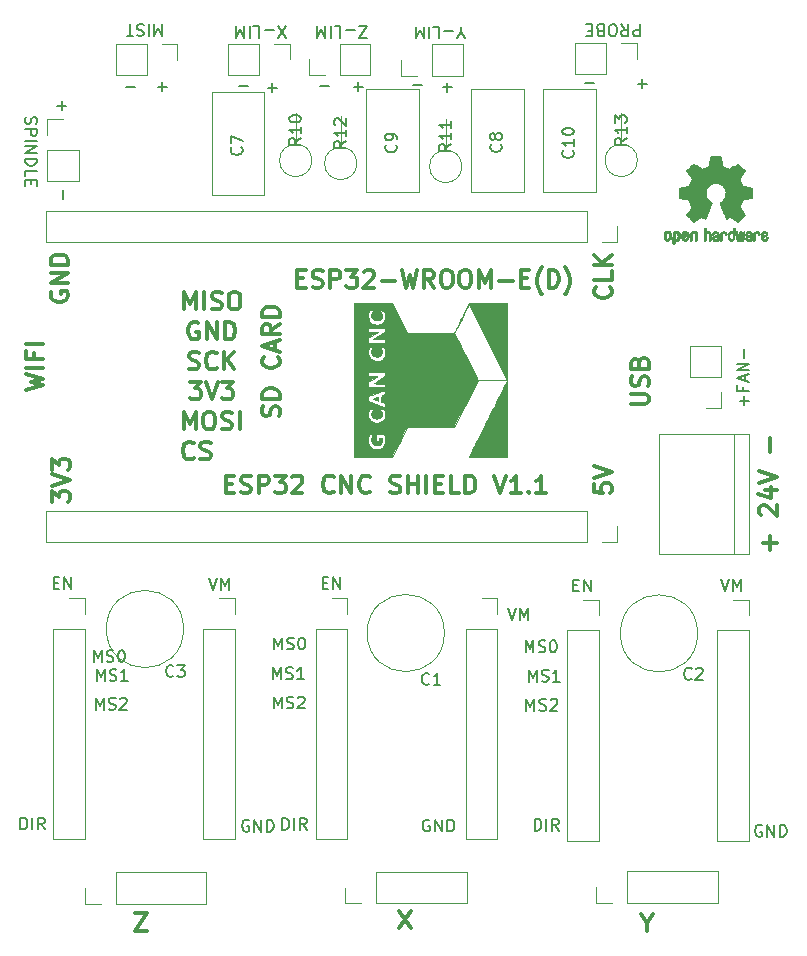
<source format=gbr>
G04 #@! TF.GenerationSoftware,KiCad,Pcbnew,(5.1.5-0)*
G04 #@! TF.CreationDate,2022-07-03T13:43:41+01:00*
G04 #@! TF.ProjectId,ESP32_Cnc_Shield,45535033-325f-4436-9e63-5f536869656c,rev?*
G04 #@! TF.SameCoordinates,Original*
G04 #@! TF.FileFunction,Legend,Top*
G04 #@! TF.FilePolarity,Positive*
%FSLAX46Y46*%
G04 Gerber Fmt 4.6, Leading zero omitted, Abs format (unit mm)*
G04 Created by KiCad (PCBNEW (5.1.5-0)) date 2022-07-03 13:43:41*
%MOMM*%
%LPD*%
G04 APERTURE LIST*
%ADD10C,0.200000*%
%ADD11C,0.300000*%
%ADD12C,0.010000*%
%ADD13C,0.120000*%
%ADD14C,0.150000*%
G04 APERTURE END LIST*
D10*
X62116008Y44878287D02*
X62116008Y45640192D01*
X62496960Y45259240D02*
X61735056Y45259240D01*
X61973151Y46449716D02*
X61973151Y46116382D01*
X62496960Y46116382D02*
X61496960Y46116382D01*
X61496960Y46592573D01*
X62211246Y46925906D02*
X62211246Y47402097D01*
X62496960Y46830668D02*
X61496960Y47164001D01*
X62496960Y47497335D01*
X62496960Y47830668D02*
X61496960Y47830668D01*
X62496960Y48402097D01*
X61496960Y48402097D01*
X62116008Y48878287D02*
X62116008Y49640192D01*
D11*
X64305642Y32644034D02*
X64305642Y33786891D01*
X64877071Y33215462D02*
X63734214Y33215462D01*
X63519928Y35572605D02*
X63448500Y35644034D01*
X63377071Y35786891D01*
X63377071Y36144034D01*
X63448500Y36286891D01*
X63519928Y36358320D01*
X63662785Y36429748D01*
X63805642Y36429748D01*
X64019928Y36358320D01*
X64877071Y35501177D01*
X64877071Y36429748D01*
X63877071Y37715462D02*
X64877071Y37715462D01*
X63305642Y37358320D02*
X64377071Y37001177D01*
X64377071Y37929748D01*
X63377071Y38286891D02*
X64877071Y38786891D01*
X63377071Y39286891D01*
X64305642Y40929748D02*
X64305642Y42072605D01*
X49417331Y38205725D02*
X49417331Y37491440D01*
X50131617Y37420011D01*
X50060188Y37491440D01*
X49988760Y37634297D01*
X49988760Y37991440D01*
X50060188Y38134297D01*
X50131617Y38205725D01*
X50274474Y38277154D01*
X50631617Y38277154D01*
X50774474Y38205725D01*
X50845902Y38134297D01*
X50917331Y37991440D01*
X50917331Y37634297D01*
X50845902Y37491440D01*
X50774474Y37420011D01*
X49417331Y38705725D02*
X50917331Y39205725D01*
X49417331Y39705725D01*
D10*
X42120298Y27682439D02*
X42453631Y26682439D01*
X42786964Y27682439D01*
X43120298Y26682439D02*
X43120298Y27682439D01*
X43453631Y26968153D01*
X43786964Y27682439D01*
X43786964Y26682439D01*
D11*
X18214285Y38207142D02*
X18714285Y38207142D01*
X18928571Y37421428D02*
X18214285Y37421428D01*
X18214285Y38921428D01*
X18928571Y38921428D01*
X19500000Y37492857D02*
X19714285Y37421428D01*
X20071428Y37421428D01*
X20214285Y37492857D01*
X20285714Y37564285D01*
X20357142Y37707142D01*
X20357142Y37850000D01*
X20285714Y37992857D01*
X20214285Y38064285D01*
X20071428Y38135714D01*
X19785714Y38207142D01*
X19642857Y38278571D01*
X19571428Y38350000D01*
X19500000Y38492857D01*
X19500000Y38635714D01*
X19571428Y38778571D01*
X19642857Y38850000D01*
X19785714Y38921428D01*
X20142857Y38921428D01*
X20357142Y38850000D01*
X21000000Y37421428D02*
X21000000Y38921428D01*
X21571428Y38921428D01*
X21714285Y38850000D01*
X21785714Y38778571D01*
X21857142Y38635714D01*
X21857142Y38421428D01*
X21785714Y38278571D01*
X21714285Y38207142D01*
X21571428Y38135714D01*
X21000000Y38135714D01*
X22357142Y38921428D02*
X23285714Y38921428D01*
X22785714Y38350000D01*
X23000000Y38350000D01*
X23142857Y38278571D01*
X23214285Y38207142D01*
X23285714Y38064285D01*
X23285714Y37707142D01*
X23214285Y37564285D01*
X23142857Y37492857D01*
X23000000Y37421428D01*
X22571428Y37421428D01*
X22428571Y37492857D01*
X22357142Y37564285D01*
X23857142Y38778571D02*
X23928571Y38850000D01*
X24071428Y38921428D01*
X24428571Y38921428D01*
X24571428Y38850000D01*
X24642857Y38778571D01*
X24714285Y38635714D01*
X24714285Y38492857D01*
X24642857Y38278571D01*
X23785714Y37421428D01*
X24714285Y37421428D01*
X27357142Y37564285D02*
X27285714Y37492857D01*
X27071428Y37421428D01*
X26928571Y37421428D01*
X26714285Y37492857D01*
X26571428Y37635714D01*
X26500000Y37778571D01*
X26428571Y38064285D01*
X26428571Y38278571D01*
X26500000Y38564285D01*
X26571428Y38707142D01*
X26714285Y38850000D01*
X26928571Y38921428D01*
X27071428Y38921428D01*
X27285714Y38850000D01*
X27357142Y38778571D01*
X28000000Y37421428D02*
X28000000Y38921428D01*
X28857142Y37421428D01*
X28857142Y38921428D01*
X30428571Y37564285D02*
X30357142Y37492857D01*
X30142857Y37421428D01*
X30000000Y37421428D01*
X29785714Y37492857D01*
X29642857Y37635714D01*
X29571428Y37778571D01*
X29500000Y38064285D01*
X29500000Y38278571D01*
X29571428Y38564285D01*
X29642857Y38707142D01*
X29785714Y38850000D01*
X30000000Y38921428D01*
X30142857Y38921428D01*
X30357142Y38850000D01*
X30428571Y38778571D01*
X32142857Y37492857D02*
X32357142Y37421428D01*
X32714285Y37421428D01*
X32857142Y37492857D01*
X32928571Y37564285D01*
X32999999Y37707142D01*
X32999999Y37850000D01*
X32928571Y37992857D01*
X32857142Y38064285D01*
X32714285Y38135714D01*
X32428571Y38207142D01*
X32285714Y38278571D01*
X32214285Y38350000D01*
X32142857Y38492857D01*
X32142857Y38635714D01*
X32214285Y38778571D01*
X32285714Y38850000D01*
X32428571Y38921428D01*
X32785714Y38921428D01*
X32999999Y38850000D01*
X33642857Y37421428D02*
X33642857Y38921428D01*
X33642857Y38207142D02*
X34500000Y38207142D01*
X34500000Y37421428D02*
X34500000Y38921428D01*
X35214285Y37421428D02*
X35214285Y38921428D01*
X35928571Y38207142D02*
X36428571Y38207142D01*
X36642857Y37421428D02*
X35928571Y37421428D01*
X35928571Y38921428D01*
X36642857Y38921428D01*
X38000000Y37421428D02*
X37285714Y37421428D01*
X37285714Y38921428D01*
X38500000Y37421428D02*
X38500000Y38921428D01*
X38857142Y38921428D01*
X39071428Y38850000D01*
X39214285Y38707142D01*
X39285714Y38564285D01*
X39357142Y38278571D01*
X39357142Y38064285D01*
X39285714Y37778571D01*
X39214285Y37635714D01*
X39071428Y37492857D01*
X38857142Y37421428D01*
X38500000Y37421428D01*
X40928571Y38921428D02*
X41428571Y37421428D01*
X41928571Y38921428D01*
X43214285Y37421428D02*
X42357142Y37421428D01*
X42785714Y37421428D02*
X42785714Y38921428D01*
X42642857Y38707142D01*
X42500000Y38564285D01*
X42357142Y38492857D01*
X43857142Y37564285D02*
X43928571Y37492857D01*
X43857142Y37421428D01*
X43785714Y37492857D01*
X43857142Y37564285D01*
X43857142Y37421428D01*
X45357142Y37421428D02*
X44500000Y37421428D01*
X44928571Y37421428D02*
X44928571Y38921428D01*
X44785714Y38707142D01*
X44642857Y38564285D01*
X44500000Y38492857D01*
X1284331Y46206940D02*
X2784331Y46564082D01*
X1712902Y46849797D01*
X2784331Y47135511D01*
X1284331Y47492654D01*
X2784331Y48064082D02*
X1284331Y48064082D01*
X1998617Y49278368D02*
X1998617Y48778368D01*
X2784331Y48778368D02*
X1284331Y48778368D01*
X1284331Y49492654D01*
X2784331Y50064082D02*
X1284331Y50064082D01*
X52528831Y44980582D02*
X53743117Y44980582D01*
X53885974Y45052011D01*
X53957402Y45123440D01*
X54028831Y45266297D01*
X54028831Y45552011D01*
X53957402Y45694868D01*
X53885974Y45766297D01*
X53743117Y45837725D01*
X52528831Y45837725D01*
X53957402Y46480582D02*
X54028831Y46694868D01*
X54028831Y47052011D01*
X53957402Y47194868D01*
X53885974Y47266297D01*
X53743117Y47337725D01*
X53600260Y47337725D01*
X53457402Y47266297D01*
X53385974Y47194868D01*
X53314545Y47052011D01*
X53243117Y46766297D01*
X53171688Y46623440D01*
X53100260Y46552011D01*
X52957402Y46480582D01*
X52814545Y46480582D01*
X52671688Y46552011D01*
X52600260Y46623440D01*
X52528831Y46766297D01*
X52528831Y47123440D01*
X52600260Y47337725D01*
X53243117Y48480582D02*
X53314545Y48694868D01*
X53385974Y48766297D01*
X53528831Y48837725D01*
X53743117Y48837725D01*
X53885974Y48766297D01*
X53957402Y48694868D01*
X54028831Y48552011D01*
X54028831Y47980582D01*
X52528831Y47980582D01*
X52528831Y48480582D01*
X52600260Y48623440D01*
X52671688Y48694868D01*
X52814545Y48766297D01*
X52957402Y48766297D01*
X53100260Y48694868D01*
X53171688Y48623440D01*
X53243117Y48480582D01*
X53243117Y47980582D01*
X3451260Y54493582D02*
X3379831Y54350725D01*
X3379831Y54136440D01*
X3451260Y53922154D01*
X3594117Y53779297D01*
X3736974Y53707868D01*
X4022688Y53636440D01*
X4236974Y53636440D01*
X4522688Y53707868D01*
X4665545Y53779297D01*
X4808402Y53922154D01*
X4879831Y54136440D01*
X4879831Y54279297D01*
X4808402Y54493582D01*
X4736974Y54565011D01*
X4236974Y54565011D01*
X4236974Y54279297D01*
X4879831Y55207868D02*
X3379831Y55207868D01*
X4879831Y56065011D01*
X3379831Y56065011D01*
X4879831Y56779297D02*
X3379831Y56779297D01*
X3379831Y57136440D01*
X3451260Y57350725D01*
X3594117Y57493582D01*
X3736974Y57565011D01*
X4022688Y57636440D01*
X4236974Y57636440D01*
X4522688Y57565011D01*
X4665545Y57493582D01*
X4808402Y57350725D01*
X4879831Y57136440D01*
X4879831Y56779297D01*
X3506831Y36697797D02*
X3506831Y37626368D01*
X4078260Y37126368D01*
X4078260Y37340654D01*
X4149688Y37483511D01*
X4221117Y37554940D01*
X4363974Y37626368D01*
X4721117Y37626368D01*
X4863974Y37554940D01*
X4935402Y37483511D01*
X5006831Y37340654D01*
X5006831Y36912082D01*
X4935402Y36769225D01*
X4863974Y36697797D01*
X3506831Y38054940D02*
X5006831Y38554940D01*
X3506831Y39054940D01*
X3506831Y39412082D02*
X3506831Y40340654D01*
X4078260Y39840654D01*
X4078260Y40054940D01*
X4149688Y40197797D01*
X4221117Y40269225D01*
X4363974Y40340654D01*
X4721117Y40340654D01*
X4863974Y40269225D01*
X4935402Y40197797D01*
X5006831Y40054940D01*
X5006831Y39626368D01*
X4935402Y39483511D01*
X4863974Y39412082D01*
X50774474Y54870582D02*
X50845902Y54799154D01*
X50917331Y54584868D01*
X50917331Y54442011D01*
X50845902Y54227725D01*
X50703045Y54084868D01*
X50560188Y54013440D01*
X50274474Y53942011D01*
X50060188Y53942011D01*
X49774474Y54013440D01*
X49631617Y54084868D01*
X49488760Y54227725D01*
X49417331Y54442011D01*
X49417331Y54584868D01*
X49488760Y54799154D01*
X49560188Y54870582D01*
X50917331Y56227725D02*
X50917331Y55513440D01*
X49417331Y55513440D01*
X50917331Y56727725D02*
X49417331Y56727725D01*
X50917331Y57584868D02*
X50060188Y56942011D01*
X49417331Y57584868D02*
X50274474Y56727725D01*
D10*
X35458095Y9750000D02*
X35362857Y9797619D01*
X35220000Y9797619D01*
X35077142Y9750000D01*
X34981904Y9654761D01*
X34934285Y9559523D01*
X34886666Y9369047D01*
X34886666Y9226190D01*
X34934285Y9035714D01*
X34981904Y8940476D01*
X35077142Y8845238D01*
X35220000Y8797619D01*
X35315238Y8797619D01*
X35458095Y8845238D01*
X35505714Y8892857D01*
X35505714Y9226190D01*
X35315238Y9226190D01*
X35934285Y8797619D02*
X35934285Y9797619D01*
X36505714Y8797619D01*
X36505714Y9797619D01*
X36981904Y8797619D02*
X36981904Y9797619D01*
X37220000Y9797619D01*
X37362857Y9750000D01*
X37458095Y9654761D01*
X37505714Y9559523D01*
X37553333Y9369047D01*
X37553333Y9226190D01*
X37505714Y9035714D01*
X37458095Y8940476D01*
X37362857Y8845238D01*
X37220000Y8797619D01*
X36981904Y8797619D01*
X63600215Y9307140D02*
X63504977Y9354759D01*
X63362120Y9354759D01*
X63219262Y9307140D01*
X63124024Y9211901D01*
X63076405Y9116663D01*
X63028786Y8926187D01*
X63028786Y8783330D01*
X63076405Y8592854D01*
X63124024Y8497616D01*
X63219262Y8402378D01*
X63362120Y8354759D01*
X63457358Y8354759D01*
X63600215Y8402378D01*
X63647834Y8449997D01*
X63647834Y8783330D01*
X63457358Y8783330D01*
X64076405Y8354759D02*
X64076405Y9354759D01*
X64647834Y8354759D01*
X64647834Y9354759D01*
X65124024Y8354759D02*
X65124024Y9354759D01*
X65362120Y9354759D01*
X65504977Y9307140D01*
X65600215Y9211901D01*
X65647834Y9116663D01*
X65695453Y8926187D01*
X65695453Y8783330D01*
X65647834Y8592854D01*
X65600215Y8497616D01*
X65504977Y8402378D01*
X65362120Y8354759D01*
X65124024Y8354759D01*
X20170235Y9735440D02*
X20074997Y9783059D01*
X19932140Y9783059D01*
X19789282Y9735440D01*
X19694044Y9640201D01*
X19646425Y9544963D01*
X19598806Y9354487D01*
X19598806Y9211630D01*
X19646425Y9021154D01*
X19694044Y8925916D01*
X19789282Y8830678D01*
X19932140Y8783059D01*
X20027378Y8783059D01*
X20170235Y8830678D01*
X20217854Y8878297D01*
X20217854Y9211630D01*
X20027378Y9211630D01*
X20646425Y8783059D02*
X20646425Y9783059D01*
X21217854Y8783059D01*
X21217854Y9783059D01*
X21694044Y8783059D02*
X21694044Y9783059D01*
X21932140Y9783059D01*
X22074997Y9735440D01*
X22170235Y9640201D01*
X22217854Y9544963D01*
X22265473Y9354487D01*
X22265473Y9211630D01*
X22217854Y9021154D01*
X22170235Y8925916D01*
X22074997Y8830678D01*
X21932140Y8783059D01*
X21694044Y8783059D01*
X16839678Y30270699D02*
X17173011Y29270699D01*
X17506344Y30270699D01*
X17839678Y29270699D02*
X17839678Y30270699D01*
X18173011Y29556413D01*
X18506344Y30270699D01*
X18506344Y29270699D01*
X60189858Y30166559D02*
X60523191Y29166559D01*
X60856524Y30166559D01*
X61189858Y29166559D02*
X61189858Y30166559D01*
X61523191Y29452273D01*
X61856524Y30166559D01*
X61856524Y29166559D01*
X831340Y8955779D02*
X831340Y9955779D01*
X1069435Y9955779D01*
X1212292Y9908160D01*
X1307530Y9812921D01*
X1355149Y9717683D01*
X1402768Y9527207D01*
X1402768Y9384350D01*
X1355149Y9193874D01*
X1307530Y9098636D01*
X1212292Y9003398D01*
X1069435Y8955779D01*
X831340Y8955779D01*
X1831340Y8955779D02*
X1831340Y9955779D01*
X2878959Y8955779D02*
X2545625Y9431969D01*
X2307530Y8955779D02*
X2307530Y9955779D01*
X2688482Y9955779D01*
X2783720Y9908160D01*
X2831340Y9860540D01*
X2878959Y9765302D01*
X2878959Y9622445D01*
X2831340Y9527207D01*
X2783720Y9479588D01*
X2688482Y9431969D01*
X2307530Y9431969D01*
X44360100Y8865399D02*
X44360100Y9865399D01*
X44598195Y9865399D01*
X44741052Y9817780D01*
X44836290Y9722541D01*
X44883909Y9627303D01*
X44931528Y9436827D01*
X44931528Y9293970D01*
X44883909Y9103494D01*
X44836290Y9008256D01*
X44741052Y8913018D01*
X44598195Y8865399D01*
X44360100Y8865399D01*
X45360100Y8865399D02*
X45360100Y9865399D01*
X46407719Y8865399D02*
X46074385Y9341589D01*
X45836290Y8865399D02*
X45836290Y9865399D01*
X46217242Y9865399D01*
X46312480Y9817780D01*
X46360100Y9770160D01*
X46407719Y9674922D01*
X46407719Y9532065D01*
X46360100Y9436827D01*
X46312480Y9389208D01*
X46217242Y9341589D01*
X45836290Y9341589D01*
X23009720Y8926819D02*
X23009720Y9926819D01*
X23247815Y9926819D01*
X23390672Y9879200D01*
X23485910Y9783961D01*
X23533529Y9688723D01*
X23581148Y9498247D01*
X23581148Y9355390D01*
X23533529Y9164914D01*
X23485910Y9069676D01*
X23390672Y8974438D01*
X23247815Y8926819D01*
X23009720Y8926819D01*
X24009720Y8926819D02*
X24009720Y9926819D01*
X25057339Y8926819D02*
X24724005Y9403009D01*
X24485910Y8926819D02*
X24485910Y9926819D01*
X24866862Y9926819D01*
X24962100Y9879200D01*
X25009720Y9831580D01*
X25057339Y9736342D01*
X25057339Y9593485D01*
X25009720Y9498247D01*
X24962100Y9450628D01*
X24866862Y9403009D01*
X24485910Y9403009D01*
X3645944Y29827528D02*
X3979278Y29827528D01*
X4122135Y29303719D02*
X3645944Y29303719D01*
X3645944Y30303719D01*
X4122135Y30303719D01*
X4550706Y29303719D02*
X4550706Y30303719D01*
X5122135Y29303719D01*
X5122135Y30303719D01*
X47653984Y29642108D02*
X47987318Y29642108D01*
X48130175Y29118299D02*
X47653984Y29118299D01*
X47653984Y30118299D01*
X48130175Y30118299D01*
X48558746Y29118299D02*
X48558746Y30118299D01*
X49130175Y29118299D01*
X49130175Y30118299D01*
X26414504Y29840228D02*
X26747838Y29840228D01*
X26890695Y29316419D02*
X26414504Y29316419D01*
X26414504Y30316419D01*
X26890695Y30316419D01*
X27319266Y29316419D02*
X27319266Y30316419D01*
X27890695Y29316419D01*
X27890695Y30316419D01*
X43603705Y23972259D02*
X43603705Y24972259D01*
X43937039Y24257973D01*
X44270372Y24972259D01*
X44270372Y23972259D01*
X44698943Y24019878D02*
X44841800Y23972259D01*
X45079896Y23972259D01*
X45175134Y24019878D01*
X45222753Y24067497D01*
X45270372Y24162735D01*
X45270372Y24257973D01*
X45222753Y24353211D01*
X45175134Y24400830D01*
X45079896Y24448449D01*
X44889420Y24496068D01*
X44794181Y24543687D01*
X44746562Y24591306D01*
X44698943Y24686544D01*
X44698943Y24781782D01*
X44746562Y24877020D01*
X44794181Y24924640D01*
X44889420Y24972259D01*
X45127515Y24972259D01*
X45270372Y24924640D01*
X45889420Y24972259D02*
X45984658Y24972259D01*
X46079896Y24924640D01*
X46127515Y24877020D01*
X46175134Y24781782D01*
X46222753Y24591306D01*
X46222753Y24353211D01*
X46175134Y24162735D01*
X46127515Y24067497D01*
X46079896Y24019878D01*
X45984658Y23972259D01*
X45889420Y23972259D01*
X45794181Y24019878D01*
X45746562Y24067497D01*
X45698943Y24162735D01*
X45651324Y24353211D01*
X45651324Y24591306D01*
X45698943Y24781782D01*
X45746562Y24877020D01*
X45794181Y24924640D01*
X45889420Y24972259D01*
X7042945Y23151839D02*
X7042945Y24151839D01*
X7376279Y23437553D01*
X7709612Y24151839D01*
X7709612Y23151839D01*
X8138183Y23199458D02*
X8281040Y23151839D01*
X8519136Y23151839D01*
X8614374Y23199458D01*
X8661993Y23247077D01*
X8709612Y23342315D01*
X8709612Y23437553D01*
X8661993Y23532791D01*
X8614374Y23580410D01*
X8519136Y23628029D01*
X8328660Y23675648D01*
X8233421Y23723267D01*
X8185802Y23770886D01*
X8138183Y23866124D01*
X8138183Y23961362D01*
X8185802Y24056600D01*
X8233421Y24104220D01*
X8328660Y24151839D01*
X8566755Y24151839D01*
X8709612Y24104220D01*
X9328660Y24151839D02*
X9423898Y24151839D01*
X9519136Y24104220D01*
X9566755Y24056600D01*
X9614374Y23961362D01*
X9661993Y23770886D01*
X9661993Y23532791D01*
X9614374Y23342315D01*
X9566755Y23247077D01*
X9519136Y23199458D01*
X9423898Y23151839D01*
X9328660Y23151839D01*
X9233421Y23199458D01*
X9185802Y23247077D01*
X9138183Y23342315D01*
X9090564Y23532791D01*
X9090564Y23770886D01*
X9138183Y23961362D01*
X9185802Y24056600D01*
X9233421Y24104220D01*
X9328660Y24151839D01*
X7296945Y21546559D02*
X7296945Y22546559D01*
X7630279Y21832273D01*
X7963612Y22546559D01*
X7963612Y21546559D01*
X8392183Y21594178D02*
X8535040Y21546559D01*
X8773136Y21546559D01*
X8868374Y21594178D01*
X8915993Y21641797D01*
X8963612Y21737035D01*
X8963612Y21832273D01*
X8915993Y21927511D01*
X8868374Y21975130D01*
X8773136Y22022749D01*
X8582660Y22070368D01*
X8487421Y22117987D01*
X8439802Y22165606D01*
X8392183Y22260844D01*
X8392183Y22356082D01*
X8439802Y22451320D01*
X8487421Y22498940D01*
X8582660Y22546559D01*
X8820755Y22546559D01*
X8963612Y22498940D01*
X9915993Y21546559D02*
X9344564Y21546559D01*
X9630279Y21546559D02*
X9630279Y22546559D01*
X9535040Y22403701D01*
X9439802Y22308463D01*
X9344564Y22260844D01*
X43883885Y21475439D02*
X43883885Y22475439D01*
X44217219Y21761153D01*
X44550552Y22475439D01*
X44550552Y21475439D01*
X44979123Y21523058D02*
X45121980Y21475439D01*
X45360076Y21475439D01*
X45455314Y21523058D01*
X45502933Y21570677D01*
X45550552Y21665915D01*
X45550552Y21761153D01*
X45502933Y21856391D01*
X45455314Y21904010D01*
X45360076Y21951629D01*
X45169600Y21999248D01*
X45074361Y22046867D01*
X45026742Y22094486D01*
X44979123Y22189724D01*
X44979123Y22284962D01*
X45026742Y22380200D01*
X45074361Y22427820D01*
X45169600Y22475439D01*
X45407695Y22475439D01*
X45550552Y22427820D01*
X46502933Y21475439D02*
X45931504Y21475439D01*
X46217219Y21475439D02*
X46217219Y22475439D01*
X46121980Y22332581D01*
X46026742Y22237343D01*
X45931504Y22189724D01*
X7220745Y19097999D02*
X7220745Y20097999D01*
X7554079Y19383713D01*
X7887412Y20097999D01*
X7887412Y19097999D01*
X8315983Y19145618D02*
X8458840Y19097999D01*
X8696936Y19097999D01*
X8792174Y19145618D01*
X8839793Y19193237D01*
X8887412Y19288475D01*
X8887412Y19383713D01*
X8839793Y19478951D01*
X8792174Y19526570D01*
X8696936Y19574189D01*
X8506460Y19621808D01*
X8411221Y19669427D01*
X8363602Y19717046D01*
X8315983Y19812284D01*
X8315983Y19907522D01*
X8363602Y20002760D01*
X8411221Y20050380D01*
X8506460Y20097999D01*
X8744555Y20097999D01*
X8887412Y20050380D01*
X9268364Y20002760D02*
X9315983Y20050380D01*
X9411221Y20097999D01*
X9649317Y20097999D01*
X9744555Y20050380D01*
X9792174Y20002760D01*
X9839793Y19907522D01*
X9839793Y19812284D01*
X9792174Y19669427D01*
X9220745Y19097999D01*
X9839793Y19097999D01*
X43677365Y19014179D02*
X43677365Y20014179D01*
X44010699Y19299893D01*
X44344032Y20014179D01*
X44344032Y19014179D01*
X44772603Y19061798D02*
X44915460Y19014179D01*
X45153556Y19014179D01*
X45248794Y19061798D01*
X45296413Y19109417D01*
X45344032Y19204655D01*
X45344032Y19299893D01*
X45296413Y19395131D01*
X45248794Y19442750D01*
X45153556Y19490369D01*
X44963080Y19537988D01*
X44867841Y19585607D01*
X44820222Y19633226D01*
X44772603Y19728464D01*
X44772603Y19823702D01*
X44820222Y19918940D01*
X44867841Y19966560D01*
X44963080Y20014179D01*
X45201175Y20014179D01*
X45344032Y19966560D01*
X45724984Y19918940D02*
X45772603Y19966560D01*
X45867841Y20014179D01*
X46105937Y20014179D01*
X46201175Y19966560D01*
X46248794Y19918940D01*
X46296413Y19823702D01*
X46296413Y19728464D01*
X46248794Y19585607D01*
X45677365Y19014179D01*
X46296413Y19014179D01*
X22279505Y19213819D02*
X22279505Y20213819D01*
X22612839Y19499533D01*
X22946172Y20213819D01*
X22946172Y19213819D01*
X23374743Y19261438D02*
X23517600Y19213819D01*
X23755696Y19213819D01*
X23850934Y19261438D01*
X23898553Y19309057D01*
X23946172Y19404295D01*
X23946172Y19499533D01*
X23898553Y19594771D01*
X23850934Y19642390D01*
X23755696Y19690009D01*
X23565220Y19737628D01*
X23469981Y19785247D01*
X23422362Y19832866D01*
X23374743Y19928104D01*
X23374743Y20023342D01*
X23422362Y20118580D01*
X23469981Y20166200D01*
X23565220Y20213819D01*
X23803315Y20213819D01*
X23946172Y20166200D01*
X24327124Y20118580D02*
X24374743Y20166200D01*
X24469981Y20213819D01*
X24708077Y20213819D01*
X24803315Y20166200D01*
X24850934Y20118580D01*
X24898553Y20023342D01*
X24898553Y19928104D01*
X24850934Y19785247D01*
X24279505Y19213819D01*
X24898553Y19213819D01*
X22216005Y21690319D02*
X22216005Y22690319D01*
X22549339Y21976033D01*
X22882672Y22690319D01*
X22882672Y21690319D01*
X23311243Y21737938D02*
X23454100Y21690319D01*
X23692196Y21690319D01*
X23787434Y21737938D01*
X23835053Y21785557D01*
X23882672Y21880795D01*
X23882672Y21976033D01*
X23835053Y22071271D01*
X23787434Y22118890D01*
X23692196Y22166509D01*
X23501720Y22214128D01*
X23406481Y22261747D01*
X23358862Y22309366D01*
X23311243Y22404604D01*
X23311243Y22499842D01*
X23358862Y22595080D01*
X23406481Y22642700D01*
X23501720Y22690319D01*
X23739815Y22690319D01*
X23882672Y22642700D01*
X24835053Y21690319D02*
X24263624Y21690319D01*
X24549339Y21690319D02*
X24549339Y22690319D01*
X24454100Y22547461D01*
X24358862Y22452223D01*
X24263624Y22404604D01*
X22315965Y24205939D02*
X22315965Y25205939D01*
X22649299Y24491653D01*
X22982632Y25205939D01*
X22982632Y24205939D01*
X23411203Y24253558D02*
X23554060Y24205939D01*
X23792156Y24205939D01*
X23887394Y24253558D01*
X23935013Y24301177D01*
X23982632Y24396415D01*
X23982632Y24491653D01*
X23935013Y24586891D01*
X23887394Y24634510D01*
X23792156Y24682129D01*
X23601680Y24729748D01*
X23506441Y24777367D01*
X23458822Y24824986D01*
X23411203Y24920224D01*
X23411203Y25015462D01*
X23458822Y25110700D01*
X23506441Y25158320D01*
X23601680Y25205939D01*
X23839775Y25205939D01*
X23982632Y25158320D01*
X24601680Y25205939D02*
X24696918Y25205939D01*
X24792156Y25158320D01*
X24839775Y25110700D01*
X24887394Y25015462D01*
X24935013Y24824986D01*
X24935013Y24586891D01*
X24887394Y24396415D01*
X24839775Y24301177D01*
X24792156Y24253558D01*
X24696918Y24205939D01*
X24601680Y24205939D01*
X24506441Y24253558D01*
X24458822Y24301177D01*
X24411203Y24396415D01*
X24363584Y24586891D01*
X24363584Y24824986D01*
X24411203Y25015462D01*
X24458822Y25110700D01*
X24506441Y25158320D01*
X24601680Y25205939D01*
X9753747Y71785451D02*
X10515652Y71785451D01*
X19337067Y71937571D02*
X20098972Y71937571D01*
X23327406Y76002900D02*
X22660740Y77002900D01*
X22660740Y76002900D02*
X23327406Y77002900D01*
X22279787Y76621948D02*
X21517882Y76621948D01*
X20565501Y77002900D02*
X21041692Y77002900D01*
X21041692Y76002900D01*
X20232168Y77002900D02*
X20232168Y76002900D01*
X19755978Y77002900D02*
X19755978Y76002900D01*
X19422644Y76717186D01*
X19089311Y76002900D01*
X19089311Y77002900D01*
X26184907Y71891851D02*
X26946812Y71891851D01*
X30200646Y76000360D02*
X29533980Y76000360D01*
X30200646Y77000360D01*
X29533980Y77000360D01*
X29153027Y76619408D02*
X28391122Y76619408D01*
X27438741Y77000360D02*
X27914932Y77000360D01*
X27914932Y76000360D01*
X27105408Y77000360D02*
X27105408Y76000360D01*
X26629218Y77000360D02*
X26629218Y76000360D01*
X26295884Y76714646D01*
X25962551Y76000360D01*
X25962551Y77000360D01*
X34046207Y72003611D02*
X34808112Y72003611D01*
X38160413Y76463210D02*
X38160413Y76939400D01*
X38493746Y75939400D02*
X38160413Y76463210D01*
X37827080Y75939400D01*
X37493746Y76558448D02*
X36731841Y76558448D01*
X35779460Y76939400D02*
X36255651Y76939400D01*
X36255651Y75939400D01*
X35446127Y76939400D02*
X35446127Y75939400D01*
X34969937Y76939400D02*
X34969937Y75939400D01*
X34636603Y76653686D01*
X34303270Y75939400D01*
X34303270Y76939400D01*
X48653747Y72153471D02*
X49415652Y72153471D01*
X4468168Y62296087D02*
X4468168Y63057992D01*
X53106367Y72079811D02*
X53868272Y72079811D01*
X53487320Y71698859D02*
X53487320Y72460763D01*
X53274315Y77124820D02*
X53274315Y76124820D01*
X52893362Y76124820D01*
X52798124Y76172440D01*
X52750505Y76220059D01*
X52702886Y76315297D01*
X52702886Y76458154D01*
X52750505Y76553392D01*
X52798124Y76601011D01*
X52893362Y76648630D01*
X53274315Y76648630D01*
X51702886Y77124820D02*
X52036220Y76648630D01*
X52274315Y77124820D02*
X52274315Y76124820D01*
X51893362Y76124820D01*
X51798124Y76172440D01*
X51750505Y76220059D01*
X51702886Y76315297D01*
X51702886Y76458154D01*
X51750505Y76553392D01*
X51798124Y76601011D01*
X51893362Y76648630D01*
X52274315Y76648630D01*
X51083839Y76124820D02*
X50893362Y76124820D01*
X50798124Y76172440D01*
X50702886Y76267678D01*
X50655267Y76458154D01*
X50655267Y76791487D01*
X50702886Y76981963D01*
X50798124Y77077201D01*
X50893362Y77124820D01*
X51083839Y77124820D01*
X51179077Y77077201D01*
X51274315Y76981963D01*
X51321934Y76791487D01*
X51321934Y76458154D01*
X51274315Y76267678D01*
X51179077Y76172440D01*
X51083839Y76124820D01*
X49893362Y76601011D02*
X49750505Y76648630D01*
X49702886Y76696249D01*
X49655267Y76791487D01*
X49655267Y76934344D01*
X49702886Y77029582D01*
X49750505Y77077201D01*
X49845743Y77124820D01*
X50226696Y77124820D01*
X50226696Y76124820D01*
X49893362Y76124820D01*
X49798124Y76172440D01*
X49750505Y76220059D01*
X49702886Y76315297D01*
X49702886Y76410535D01*
X49750505Y76505773D01*
X49798124Y76553392D01*
X49893362Y76601011D01*
X50226696Y76601011D01*
X49226696Y76601011D02*
X48893362Y76601011D01*
X48750505Y77124820D02*
X49226696Y77124820D01*
X49226696Y76124820D01*
X48750505Y76124820D01*
X4348171Y70624652D02*
X4348171Y69862747D01*
X3967219Y70243700D02*
X4729123Y70243700D01*
X12857271Y72237832D02*
X12857271Y71475927D01*
X12476319Y71856880D02*
X13238223Y71856880D01*
X21783087Y71775011D02*
X22544992Y71775011D01*
X22164040Y71394059D02*
X22164040Y72155963D01*
X29050027Y71846131D02*
X29811932Y71846131D01*
X29430980Y71465179D02*
X29430980Y72227083D01*
X36606527Y71792791D02*
X37368432Y71792791D01*
X36987480Y71411839D02*
X36987480Y72173743D01*
X1284338Y69267341D02*
X1236719Y69124484D01*
X1236719Y68886389D01*
X1284338Y68791151D01*
X1331957Y68743532D01*
X1427195Y68695913D01*
X1522433Y68695913D01*
X1617671Y68743532D01*
X1665290Y68791151D01*
X1712909Y68886389D01*
X1760528Y69076865D01*
X1808147Y69172103D01*
X1855766Y69219722D01*
X1951004Y69267341D01*
X2046242Y69267341D01*
X2141480Y69219722D01*
X2189100Y69172103D01*
X2236719Y69076865D01*
X2236719Y68838770D01*
X2189100Y68695913D01*
X1236719Y68267341D02*
X2236719Y68267341D01*
X2236719Y67886389D01*
X2189100Y67791151D01*
X2141480Y67743532D01*
X2046242Y67695913D01*
X1903385Y67695913D01*
X1808147Y67743532D01*
X1760528Y67791151D01*
X1712909Y67886389D01*
X1712909Y68267341D01*
X1236719Y67267341D02*
X2236719Y67267341D01*
X1236719Y66791151D02*
X2236719Y66791151D01*
X1236719Y66219722D01*
X2236719Y66219722D01*
X1236719Y65743532D02*
X2236719Y65743532D01*
X2236719Y65505437D01*
X2189100Y65362580D01*
X2093861Y65267341D01*
X1998623Y65219722D01*
X1808147Y65172103D01*
X1665290Y65172103D01*
X1474814Y65219722D01*
X1379576Y65267341D01*
X1284338Y65362580D01*
X1236719Y65505437D01*
X1236719Y65743532D01*
X1236719Y64267341D02*
X1236719Y64743532D01*
X2236719Y64743532D01*
X1760528Y63934008D02*
X1760528Y63600675D01*
X1236719Y63457818D02*
X1236719Y63934008D01*
X2236719Y63934008D01*
X2236719Y63457818D01*
D11*
X24288545Y55616582D02*
X24788545Y55616582D01*
X25002831Y54830868D02*
X24288545Y54830868D01*
X24288545Y56330868D01*
X25002831Y56330868D01*
X25574260Y54902297D02*
X25788545Y54830868D01*
X26145688Y54830868D01*
X26288545Y54902297D01*
X26359974Y54973725D01*
X26431402Y55116582D01*
X26431402Y55259440D01*
X26359974Y55402297D01*
X26288545Y55473725D01*
X26145688Y55545154D01*
X25859974Y55616582D01*
X25717117Y55688011D01*
X25645688Y55759440D01*
X25574260Y55902297D01*
X25574260Y56045154D01*
X25645688Y56188011D01*
X25717117Y56259440D01*
X25859974Y56330868D01*
X26217117Y56330868D01*
X26431402Y56259440D01*
X27074260Y54830868D02*
X27074260Y56330868D01*
X27645688Y56330868D01*
X27788545Y56259440D01*
X27859974Y56188011D01*
X27931402Y56045154D01*
X27931402Y55830868D01*
X27859974Y55688011D01*
X27788545Y55616582D01*
X27645688Y55545154D01*
X27074260Y55545154D01*
X28431402Y56330868D02*
X29359974Y56330868D01*
X28859974Y55759440D01*
X29074260Y55759440D01*
X29217117Y55688011D01*
X29288545Y55616582D01*
X29359974Y55473725D01*
X29359974Y55116582D01*
X29288545Y54973725D01*
X29217117Y54902297D01*
X29074260Y54830868D01*
X28645688Y54830868D01*
X28502831Y54902297D01*
X28431402Y54973725D01*
X29931402Y56188011D02*
X30002831Y56259440D01*
X30145688Y56330868D01*
X30502831Y56330868D01*
X30645688Y56259440D01*
X30717117Y56188011D01*
X30788545Y56045154D01*
X30788545Y55902297D01*
X30717117Y55688011D01*
X29859974Y54830868D01*
X30788545Y54830868D01*
X31431402Y55402297D02*
X32574260Y55402297D01*
X33145688Y56330868D02*
X33502831Y54830868D01*
X33788545Y55902297D01*
X34074260Y54830868D01*
X34431402Y56330868D01*
X35859974Y54830868D02*
X35359974Y55545154D01*
X35002831Y54830868D02*
X35002831Y56330868D01*
X35574260Y56330868D01*
X35717117Y56259440D01*
X35788545Y56188011D01*
X35859974Y56045154D01*
X35859974Y55830868D01*
X35788545Y55688011D01*
X35717117Y55616582D01*
X35574260Y55545154D01*
X35002831Y55545154D01*
X36788545Y56330868D02*
X37074260Y56330868D01*
X37217117Y56259440D01*
X37359974Y56116582D01*
X37431402Y55830868D01*
X37431402Y55330868D01*
X37359974Y55045154D01*
X37217117Y54902297D01*
X37074260Y54830868D01*
X36788545Y54830868D01*
X36645688Y54902297D01*
X36502831Y55045154D01*
X36431402Y55330868D01*
X36431402Y55830868D01*
X36502831Y56116582D01*
X36645688Y56259440D01*
X36788545Y56330868D01*
X38359974Y56330868D02*
X38645688Y56330868D01*
X38788545Y56259440D01*
X38931402Y56116582D01*
X39002831Y55830868D01*
X39002831Y55330868D01*
X38931402Y55045154D01*
X38788545Y54902297D01*
X38645688Y54830868D01*
X38359974Y54830868D01*
X38217117Y54902297D01*
X38074260Y55045154D01*
X38002831Y55330868D01*
X38002831Y55830868D01*
X38074260Y56116582D01*
X38217117Y56259440D01*
X38359974Y56330868D01*
X39645688Y54830868D02*
X39645688Y56330868D01*
X40145688Y55259440D01*
X40645688Y56330868D01*
X40645688Y54830868D01*
X41359974Y55402297D02*
X42502831Y55402297D01*
X43217117Y55616582D02*
X43717117Y55616582D01*
X43931402Y54830868D02*
X43217117Y54830868D01*
X43217117Y56330868D01*
X43931402Y56330868D01*
X45002831Y54259440D02*
X44931402Y54330868D01*
X44788545Y54545154D01*
X44717117Y54688011D01*
X44645688Y54902297D01*
X44574260Y55259440D01*
X44574260Y55545154D01*
X44645688Y55902297D01*
X44717117Y56116582D01*
X44788545Y56259440D01*
X44931402Y56473725D01*
X45002831Y56545154D01*
X45574260Y54830868D02*
X45574260Y56330868D01*
X45931402Y56330868D01*
X46145688Y56259440D01*
X46288545Y56116582D01*
X46359974Y55973725D01*
X46431402Y55688011D01*
X46431402Y55473725D01*
X46359974Y55188011D01*
X46288545Y55045154D01*
X46145688Y54902297D01*
X45931402Y54830868D01*
X45574260Y54830868D01*
X46931402Y54259440D02*
X47002831Y54330868D01*
X47145688Y54545154D01*
X47217117Y54688011D01*
X47288545Y54902297D01*
X47359974Y55259440D01*
X47359974Y55545154D01*
X47288545Y55902297D01*
X47217117Y56116582D01*
X47145688Y56259440D01*
X47002831Y56473725D01*
X46931402Y56545154D01*
D10*
X12833271Y77135260D02*
X12833271Y76135260D01*
X12499938Y76849546D01*
X12166604Y76135260D01*
X12166604Y77135260D01*
X11690414Y77135260D02*
X11690414Y76135260D01*
X11261842Y77087641D02*
X11118985Y77135260D01*
X10880890Y77135260D01*
X10785652Y77087641D01*
X10738033Y77040022D01*
X10690414Y76944784D01*
X10690414Y76849546D01*
X10738033Y76754308D01*
X10785652Y76706689D01*
X10880890Y76659070D01*
X11071366Y76611451D01*
X11166604Y76563832D01*
X11214223Y76516213D01*
X11261842Y76420975D01*
X11261842Y76325737D01*
X11214223Y76230499D01*
X11166604Y76182880D01*
X11071366Y76135260D01*
X10833271Y76135260D01*
X10690414Y76182880D01*
X10404700Y76135260D02*
X9833271Y76135260D01*
X10118985Y77135260D02*
X10118985Y76135260D01*
D11*
X11550000Y348571D02*
X10550000Y348571D01*
X11550000Y1848571D01*
X10550000Y1848571D01*
X53910000Y1035714D02*
X53910000Y321428D01*
X53410000Y1821428D02*
X53910000Y1035714D01*
X54410000Y1821428D01*
X33910000Y588571D02*
X32910000Y2088571D01*
X32910000Y588571D02*
X33910000Y2088571D01*
X15508260Y40432225D02*
X15436831Y40360797D01*
X15222545Y40289368D01*
X15079688Y40289368D01*
X14865402Y40360797D01*
X14722545Y40503654D01*
X14651117Y40646511D01*
X14579688Y40932225D01*
X14579688Y41146511D01*
X14651117Y41432225D01*
X14722545Y41575082D01*
X14865402Y41717940D01*
X15079688Y41789368D01*
X15222545Y41789368D01*
X15436831Y41717940D01*
X15508260Y41646511D01*
X16079688Y40360797D02*
X16293974Y40289368D01*
X16651117Y40289368D01*
X16793974Y40360797D01*
X16865402Y40432225D01*
X16936831Y40575082D01*
X16936831Y40717940D01*
X16865402Y40860797D01*
X16793974Y40932225D01*
X16651117Y41003654D01*
X16365402Y41075082D01*
X16222545Y41146511D01*
X16151117Y41217940D01*
X16079688Y41360797D01*
X16079688Y41503654D01*
X16151117Y41646511D01*
X16222545Y41717940D01*
X16365402Y41789368D01*
X16722545Y41789368D01*
X16936831Y41717940D01*
X14671117Y42829368D02*
X14671117Y44329368D01*
X15171117Y43257940D01*
X15671117Y44329368D01*
X15671117Y42829368D01*
X16671117Y44329368D02*
X16956831Y44329368D01*
X17099688Y44257940D01*
X17242545Y44115082D01*
X17313974Y43829368D01*
X17313974Y43329368D01*
X17242545Y43043654D01*
X17099688Y42900797D01*
X16956831Y42829368D01*
X16671117Y42829368D01*
X16528260Y42900797D01*
X16385402Y43043654D01*
X16313974Y43329368D01*
X16313974Y43829368D01*
X16385402Y44115082D01*
X16528260Y44257940D01*
X16671117Y44329368D01*
X17885402Y42900797D02*
X18099688Y42829368D01*
X18456831Y42829368D01*
X18599688Y42900797D01*
X18671117Y42972225D01*
X18742545Y43115082D01*
X18742545Y43257940D01*
X18671117Y43400797D01*
X18599688Y43472225D01*
X18456831Y43543654D01*
X18171117Y43615082D01*
X18028260Y43686511D01*
X17956831Y43757940D01*
X17885402Y43900797D01*
X17885402Y44043654D01*
X17956831Y44186511D01*
X18028260Y44257940D01*
X18171117Y44329368D01*
X18528260Y44329368D01*
X18742545Y44257940D01*
X19385402Y42829368D02*
X19385402Y44329368D01*
X15171117Y46869368D02*
X16099688Y46869368D01*
X15599688Y46297940D01*
X15813974Y46297940D01*
X15956831Y46226511D01*
X16028260Y46155082D01*
X16099688Y46012225D01*
X16099688Y45655082D01*
X16028260Y45512225D01*
X15956831Y45440797D01*
X15813974Y45369368D01*
X15385402Y45369368D01*
X15242545Y45440797D01*
X15171117Y45512225D01*
X16528260Y46869368D02*
X17028260Y45369368D01*
X17528260Y46869368D01*
X17885402Y46869368D02*
X18813974Y46869368D01*
X18313974Y46297940D01*
X18528260Y46297940D01*
X18671117Y46226511D01*
X18742545Y46155082D01*
X18813974Y46012225D01*
X18813974Y45655082D01*
X18742545Y45512225D01*
X18671117Y45440797D01*
X18528260Y45369368D01*
X18099688Y45369368D01*
X17956831Y45440797D01*
X17885402Y45512225D01*
X15099688Y47980797D02*
X15313974Y47909368D01*
X15671117Y47909368D01*
X15813974Y47980797D01*
X15885402Y48052225D01*
X15956831Y48195082D01*
X15956831Y48337940D01*
X15885402Y48480797D01*
X15813974Y48552225D01*
X15671117Y48623654D01*
X15385402Y48695082D01*
X15242545Y48766511D01*
X15171117Y48837940D01*
X15099688Y48980797D01*
X15099688Y49123654D01*
X15171117Y49266511D01*
X15242545Y49337940D01*
X15385402Y49409368D01*
X15742545Y49409368D01*
X15956831Y49337940D01*
X17456831Y48052225D02*
X17385402Y47980797D01*
X17171117Y47909368D01*
X17028260Y47909368D01*
X16813974Y47980797D01*
X16671117Y48123654D01*
X16599688Y48266511D01*
X16528260Y48552225D01*
X16528260Y48766511D01*
X16599688Y49052225D01*
X16671117Y49195082D01*
X16813974Y49337940D01*
X17028260Y49409368D01*
X17171117Y49409368D01*
X17385402Y49337940D01*
X17456831Y49266511D01*
X18099688Y47909368D02*
X18099688Y49409368D01*
X18956831Y47909368D02*
X18313974Y48766511D01*
X18956831Y49409368D02*
X18099688Y48552225D01*
X15885402Y51877940D02*
X15742545Y51949368D01*
X15528260Y51949368D01*
X15313974Y51877940D01*
X15171117Y51735082D01*
X15099688Y51592225D01*
X15028260Y51306511D01*
X15028260Y51092225D01*
X15099688Y50806511D01*
X15171117Y50663654D01*
X15313974Y50520797D01*
X15528260Y50449368D01*
X15671117Y50449368D01*
X15885402Y50520797D01*
X15956831Y50592225D01*
X15956831Y51092225D01*
X15671117Y51092225D01*
X16599688Y50449368D02*
X16599688Y51949368D01*
X17456831Y50449368D01*
X17456831Y51949368D01*
X18171117Y50449368D02*
X18171117Y51949368D01*
X18528260Y51949368D01*
X18742545Y51877940D01*
X18885402Y51735082D01*
X18956831Y51592225D01*
X19028260Y51306511D01*
X19028260Y51092225D01*
X18956831Y50806511D01*
X18885402Y50663654D01*
X18742545Y50520797D01*
X18528260Y50449368D01*
X18171117Y50449368D01*
X14671117Y52989368D02*
X14671117Y54489368D01*
X15171117Y53417940D01*
X15671117Y54489368D01*
X15671117Y52989368D01*
X16385402Y52989368D02*
X16385402Y54489368D01*
X17028260Y53060797D02*
X17242545Y52989368D01*
X17599688Y52989368D01*
X17742545Y53060797D01*
X17813974Y53132225D01*
X17885402Y53275082D01*
X17885402Y53417940D01*
X17813974Y53560797D01*
X17742545Y53632225D01*
X17599688Y53703654D01*
X17313974Y53775082D01*
X17171117Y53846511D01*
X17099688Y53917940D01*
X17028260Y54060797D01*
X17028260Y54203654D01*
X17099688Y54346511D01*
X17171117Y54417940D01*
X17313974Y54489368D01*
X17671117Y54489368D01*
X17885402Y54417940D01*
X18813974Y54489368D02*
X19099688Y54489368D01*
X19242545Y54417940D01*
X19385402Y54275082D01*
X19456831Y53989368D01*
X19456831Y53489368D01*
X19385402Y53203654D01*
X19242545Y53060797D01*
X19099688Y52989368D01*
X18813974Y52989368D01*
X18671117Y53060797D01*
X18528260Y53203654D01*
X18456831Y53489368D01*
X18456831Y53989368D01*
X18528260Y54275082D01*
X18671117Y54417940D01*
X18813974Y54489368D01*
X22715402Y43945082D02*
X22786831Y44159368D01*
X22786831Y44516511D01*
X22715402Y44659368D01*
X22643974Y44730797D01*
X22501117Y44802225D01*
X22358260Y44802225D01*
X22215402Y44730797D01*
X22143974Y44659368D01*
X22072545Y44516511D01*
X22001117Y44230797D01*
X21929688Y44087940D01*
X21858260Y44016511D01*
X21715402Y43945082D01*
X21572545Y43945082D01*
X21429688Y44016511D01*
X21358260Y44087940D01*
X21286831Y44230797D01*
X21286831Y44587940D01*
X21358260Y44802225D01*
X22786831Y45445082D02*
X21286831Y45445082D01*
X21286831Y45802225D01*
X21358260Y46016511D01*
X21501117Y46159368D01*
X21643974Y46230797D01*
X21929688Y46302225D01*
X22143974Y46302225D01*
X22429688Y46230797D01*
X22572545Y46159368D01*
X22715402Y46016511D01*
X22786831Y45802225D01*
X22786831Y45445082D01*
X22643974Y48945082D02*
X22715402Y48873654D01*
X22786831Y48659368D01*
X22786831Y48516511D01*
X22715402Y48302225D01*
X22572545Y48159368D01*
X22429688Y48087940D01*
X22143974Y48016511D01*
X21929688Y48016511D01*
X21643974Y48087940D01*
X21501117Y48159368D01*
X21358260Y48302225D01*
X21286831Y48516511D01*
X21286831Y48659368D01*
X21358260Y48873654D01*
X21429688Y48945082D01*
X22358260Y49516511D02*
X22358260Y50230797D01*
X22786831Y49373654D02*
X21286831Y49873654D01*
X22786831Y50373654D01*
X22786831Y51730797D02*
X22072545Y51230797D01*
X22786831Y50873654D02*
X21286831Y50873654D01*
X21286831Y51445082D01*
X21358260Y51587940D01*
X21429688Y51659368D01*
X21572545Y51730797D01*
X21786831Y51730797D01*
X21929688Y51659368D01*
X22001117Y51587940D01*
X22072545Y51445082D01*
X22072545Y50873654D01*
X22786831Y52373654D02*
X21286831Y52373654D01*
X21286831Y52730797D01*
X21358260Y52945082D01*
X21501117Y53087940D01*
X21643974Y53159368D01*
X21929688Y53230797D01*
X22143974Y53230797D01*
X22429688Y53159368D01*
X22572545Y53087940D01*
X22715402Y52945082D01*
X22786831Y52730797D01*
X22786831Y52373654D01*
D12*
G36*
X30871521Y45513129D02*
G01*
X30970984Y45548227D01*
X31052872Y45575468D01*
X31105136Y45590922D01*
X31116327Y45593000D01*
X31128530Y45569822D01*
X31137192Y45509131D01*
X31140400Y45426188D01*
X31139133Y45337237D01*
X31133154Y45288971D01*
X31119197Y45271297D01*
X31093994Y45274121D01*
X31091435Y45274917D01*
X31045156Y45290701D01*
X30966361Y45318616D01*
X30870218Y45353274D01*
X30846629Y45361858D01*
X30650787Y45433258D01*
X30871521Y45513129D01*
G37*
X30871521Y45513129D02*
X30970984Y45548227D01*
X31052872Y45575468D01*
X31105136Y45590922D01*
X31116327Y45593000D01*
X31128530Y45569822D01*
X31137192Y45509131D01*
X31140400Y45426188D01*
X31139133Y45337237D01*
X31133154Y45288971D01*
X31119197Y45271297D01*
X31093994Y45274121D01*
X31091435Y45274917D01*
X31045156Y45290701D01*
X30966361Y45318616D01*
X30870218Y45353274D01*
X30846629Y45361858D01*
X30650787Y45433258D01*
X30871521Y45513129D01*
G36*
X32321739Y53492400D02*
G01*
X33578887Y50977490D01*
X35561619Y50983995D01*
X37544352Y50990500D01*
X37950844Y51790600D01*
X38058312Y52002174D01*
X38169765Y52221670D01*
X38280255Y52439342D01*
X38384839Y52645446D01*
X38478570Y52830235D01*
X38556503Y52983966D01*
X38585675Y53041550D01*
X38814015Y53492400D01*
X42062400Y53492400D01*
X42062400Y40487600D01*
X40436800Y40487600D01*
X40154590Y40487793D01*
X39887919Y40488351D01*
X39641039Y40489241D01*
X39418200Y40490429D01*
X39223653Y40491882D01*
X39061648Y40493566D01*
X38936436Y40495449D01*
X38852268Y40497497D01*
X38813394Y40499676D01*
X38811200Y40500339D01*
X38822354Y40524145D01*
X38854966Y40590814D01*
X38907757Y40697781D01*
X38979450Y40842481D01*
X39068768Y41022348D01*
X39174432Y41234817D01*
X39295165Y41477324D01*
X39429690Y41747302D01*
X39576728Y42042186D01*
X39735003Y42359411D01*
X39903235Y42696411D01*
X40080149Y43050622D01*
X40264466Y43419478D01*
X40424100Y43738799D01*
X40613648Y44117976D01*
X40796867Y44484663D01*
X40972479Y44836294D01*
X41139205Y45170305D01*
X41295769Y45484130D01*
X41440892Y45775204D01*
X41573298Y46040962D01*
X41691707Y46278838D01*
X41794844Y46486267D01*
X41881429Y46660683D01*
X41950186Y46799522D01*
X41999836Y46900218D01*
X42029103Y46960206D01*
X42037000Y46977260D01*
X42012411Y46979772D01*
X41941894Y46982095D01*
X41830317Y46984182D01*
X41682552Y46985984D01*
X41503468Y46987453D01*
X41297937Y46988543D01*
X41070828Y46989205D01*
X40827011Y46989392D01*
X40798750Y46989381D01*
X39560500Y46988763D01*
X39557154Y46982117D01*
X39557154Y47015400D01*
X40798891Y47015400D01*
X41082755Y47015512D01*
X41319787Y47015937D01*
X41513957Y47016806D01*
X41669232Y47018252D01*
X41789581Y47020405D01*
X41878972Y47023398D01*
X41941373Y47027363D01*
X41980754Y47032431D01*
X42001081Y47038735D01*
X42006325Y47046405D01*
X42000714Y47055314D01*
X41967102Y47100136D01*
X41957792Y47125164D01*
X41957163Y47168763D01*
X41957792Y47174150D01*
X41942146Y47192935D01*
X41938481Y47193200D01*
X41915897Y47214147D01*
X41887798Y47263602D01*
X41863492Y47321478D01*
X41852282Y47367693D01*
X41853160Y47377350D01*
X41840920Y47396068D01*
X41836881Y47396400D01*
X41814297Y47417347D01*
X41786198Y47466802D01*
X41761892Y47524678D01*
X41750682Y47570893D01*
X41751560Y47580550D01*
X41739036Y47599120D01*
X41733911Y47599600D01*
X41709948Y47620581D01*
X41686957Y47667589D01*
X41675254Y47716715D01*
X41676367Y47732950D01*
X41663000Y47751691D01*
X41659081Y47752000D01*
X41636497Y47772947D01*
X41608398Y47822402D01*
X41584092Y47880278D01*
X41572882Y47926493D01*
X41573760Y47936150D01*
X41561520Y47954868D01*
X41557481Y47955200D01*
X41534897Y47976147D01*
X41506798Y48025602D01*
X41482492Y48083478D01*
X41471282Y48129693D01*
X41472160Y48139350D01*
X41459920Y48158068D01*
X41455881Y48158400D01*
X41433297Y48179347D01*
X41405198Y48228802D01*
X41380892Y48286678D01*
X41369682Y48332893D01*
X41370560Y48342550D01*
X41358320Y48361268D01*
X41354281Y48361600D01*
X41331697Y48382547D01*
X41303598Y48432002D01*
X41279292Y48489878D01*
X41268082Y48536093D01*
X41268960Y48545750D01*
X41256436Y48564320D01*
X41251311Y48564800D01*
X41227348Y48585781D01*
X41204357Y48632789D01*
X41192654Y48681915D01*
X41193767Y48698150D01*
X41179559Y48716360D01*
X41171900Y48717200D01*
X41156731Y48732760D01*
X41160700Y48742600D01*
X41159660Y48766048D01*
X41151210Y48768000D01*
X41126241Y48789006D01*
X41102635Y48836132D01*
X41090949Y48885534D01*
X41092167Y48901350D01*
X41078800Y48920091D01*
X41074881Y48920400D01*
X41052297Y48941347D01*
X41024198Y48990802D01*
X40999892Y49048678D01*
X40988682Y49094893D01*
X40989560Y49104550D01*
X40977320Y49123268D01*
X40973281Y49123600D01*
X40950697Y49144547D01*
X40922598Y49194002D01*
X40898292Y49251878D01*
X40887082Y49298093D01*
X40887960Y49307750D01*
X40875436Y49326320D01*
X40870311Y49326800D01*
X40846348Y49347781D01*
X40823357Y49394789D01*
X40811654Y49443915D01*
X40812767Y49460150D01*
X40798559Y49478360D01*
X40790900Y49479200D01*
X40775731Y49494760D01*
X40779700Y49504600D01*
X40778660Y49528048D01*
X40770210Y49530000D01*
X40745241Y49551006D01*
X40721635Y49598132D01*
X40709949Y49647534D01*
X40711167Y49663350D01*
X40697800Y49682091D01*
X40693881Y49682400D01*
X40671297Y49703347D01*
X40643198Y49752802D01*
X40618892Y49810678D01*
X40607682Y49856893D01*
X40608560Y49866550D01*
X40596320Y49885268D01*
X40592281Y49885600D01*
X40569697Y49906547D01*
X40541598Y49956002D01*
X40517292Y50013878D01*
X40506082Y50060093D01*
X40506960Y50069750D01*
X40494720Y50088468D01*
X40490681Y50088800D01*
X40468097Y50109747D01*
X40439998Y50159202D01*
X40415692Y50217078D01*
X40404482Y50263293D01*
X40405360Y50272950D01*
X40392836Y50291520D01*
X40387711Y50292000D01*
X40363748Y50312981D01*
X40340757Y50359989D01*
X40329054Y50409115D01*
X40330167Y50425350D01*
X40316800Y50444091D01*
X40312881Y50444400D01*
X40290936Y50464514D01*
X40263999Y50510866D01*
X40242090Y50562470D01*
X40235232Y50598338D01*
X40237319Y50602656D01*
X40228226Y50624379D01*
X40194071Y50666686D01*
X40189150Y50672035D01*
X40136532Y50751048D01*
X40128972Y50831623D01*
X40128992Y50831750D01*
X40113346Y50850535D01*
X40109681Y50850800D01*
X40087097Y50871747D01*
X40058998Y50921202D01*
X40034692Y50979078D01*
X40023482Y51025293D01*
X40024360Y51034950D01*
X40011836Y51053520D01*
X40006711Y51054000D01*
X39982748Y51074981D01*
X39959757Y51121989D01*
X39948054Y51171115D01*
X39949167Y51187350D01*
X39935800Y51206091D01*
X39931881Y51206400D01*
X39909297Y51227347D01*
X39881198Y51276802D01*
X39856892Y51334678D01*
X39845682Y51380893D01*
X39846560Y51390550D01*
X39834320Y51409268D01*
X39830281Y51409600D01*
X39807925Y51430296D01*
X39780250Y51478397D01*
X39757406Y51532918D01*
X39749538Y51572875D01*
X39750038Y51575534D01*
X39736918Y51602649D01*
X39708218Y51633773D01*
X39655580Y51708535D01*
X39641935Y51784250D01*
X39628603Y51813826D01*
X39621478Y51816000D01*
X39600317Y51836918D01*
X39579084Y51883618D01*
X39567407Y51932016D01*
X39568167Y51949350D01*
X39554800Y51968091D01*
X39550881Y51968400D01*
X39528297Y51989347D01*
X39500198Y52038802D01*
X39475892Y52096678D01*
X39464682Y52142893D01*
X39465560Y52152550D01*
X39453320Y52171268D01*
X39449281Y52171600D01*
X39426697Y52192547D01*
X39398598Y52242002D01*
X39374292Y52299878D01*
X39363082Y52346093D01*
X39363960Y52355750D01*
X39351720Y52374468D01*
X39347681Y52374800D01*
X39325097Y52395747D01*
X39296998Y52445202D01*
X39272692Y52503078D01*
X39261482Y52549293D01*
X39262360Y52558950D01*
X39249836Y52577520D01*
X39244711Y52578000D01*
X39220748Y52598981D01*
X39197757Y52645989D01*
X39186054Y52695115D01*
X39187167Y52711350D01*
X39173800Y52730091D01*
X39169881Y52730400D01*
X39147297Y52751347D01*
X39119198Y52800802D01*
X39094892Y52858678D01*
X39083682Y52904893D01*
X39084560Y52914550D01*
X39072320Y52933268D01*
X39068281Y52933600D01*
X39045697Y52954547D01*
X39017598Y53004002D01*
X38993292Y53061878D01*
X38982082Y53108093D01*
X38982960Y53117750D01*
X38970720Y53136468D01*
X38966681Y53136800D01*
X38945384Y53157383D01*
X38916918Y53205796D01*
X38891215Y53262033D01*
X38878209Y53306088D01*
X38878409Y53314600D01*
X38865219Y53340284D01*
X38839998Y53369284D01*
X38829667Y53375925D01*
X38817014Y53373745D01*
X38800143Y53359347D01*
X38777154Y53329336D01*
X38746150Y53280313D01*
X38705233Y53208882D01*
X38652505Y53111646D01*
X38586068Y52985207D01*
X38504023Y52826170D01*
X38404474Y52631136D01*
X38285521Y52396708D01*
X38179210Y52186622D01*
X37559921Y50961976D01*
X37680881Y50729141D01*
X37732829Y50634131D01*
X37778052Y50560543D01*
X37810810Y50517200D01*
X37823630Y50509772D01*
X37835529Y50503727D01*
X37831487Y50486935D01*
X37833395Y50446621D01*
X37854549Y50393194D01*
X37885441Y50342829D01*
X37916562Y50311703D01*
X37934830Y50311141D01*
X37944285Y50312288D01*
X37938649Y50300253D01*
X37934671Y50259917D01*
X37949976Y50209624D01*
X37975594Y50168441D01*
X38002553Y50155437D01*
X38006038Y50157020D01*
X38019374Y50156197D01*
X38013699Y50143805D01*
X38011085Y50105423D01*
X38027730Y50050313D01*
X38055281Y49995589D01*
X38085383Y49958364D01*
X38106712Y49953248D01*
X38121200Y49953232D01*
X38116203Y49942068D01*
X38114279Y49904664D01*
X38131324Y49849882D01*
X38158936Y49794898D01*
X38188714Y49756889D01*
X38209710Y49750912D01*
X38222753Y49749731D01*
X38217691Y49738687D01*
X38218927Y49704219D01*
X38239014Y49643220D01*
X38271383Y49568915D01*
X38309465Y49494530D01*
X38346690Y49433290D01*
X38376490Y49398421D01*
X38388069Y49395657D01*
X38400482Y49394020D01*
X38395199Y49382615D01*
X38402230Y49354581D01*
X38429744Y49287439D01*
X38475017Y49186632D01*
X38535323Y49057600D01*
X38607939Y48905786D01*
X38690137Y48736631D01*
X38779194Y48555576D01*
X38872383Y48368063D01*
X38966980Y48179534D01*
X39060260Y47995430D01*
X39149497Y47821192D01*
X39231966Y47662263D01*
X39304942Y47524084D01*
X39365700Y47412097D01*
X39411515Y47331742D01*
X39439661Y47288462D01*
X39446929Y47282550D01*
X39460423Y47277484D01*
X39456334Y47259174D01*
X39459185Y47215392D01*
X39483439Y47149281D01*
X39499402Y47118154D01*
X39557154Y47015400D01*
X39557154Y46982117D01*
X38557200Y44995666D01*
X37553900Y43002570D01*
X35568490Y43002385D01*
X33583081Y43002199D01*
X32949317Y41751249D01*
X32315554Y40500300D01*
X30909241Y40494657D01*
X30909241Y41138223D01*
X31050698Y41138395D01*
X31185028Y41152235D01*
X31293556Y41179712D01*
X31294200Y41179960D01*
X31434568Y41260249D01*
X31552995Y41379865D01*
X31644218Y41530151D01*
X31702975Y41702450D01*
X31723997Y41886886D01*
X31717338Y41998385D01*
X31699299Y42129889D01*
X31673785Y42252958D01*
X31673741Y42253128D01*
X31648940Y42346760D01*
X31628094Y42419392D01*
X31614818Y42458612D01*
X31612943Y42461923D01*
X31585343Y42464307D01*
X31516581Y42463933D01*
X31416208Y42461014D01*
X31293776Y42455765D01*
X31257402Y42453936D01*
X30928469Y42436876D01*
X30928469Y43366070D01*
X31130702Y43370512D01*
X31308547Y43416767D01*
X31458964Y43500552D01*
X31578913Y43617584D01*
X31665355Y43763580D01*
X31715251Y43934258D01*
X31725563Y44125334D01*
X31693250Y44332525D01*
X31676262Y44390696D01*
X31676262Y44708233D01*
X31687226Y44727278D01*
X31695337Y44785368D01*
X31699099Y44870765D01*
X31699200Y44888361D01*
X31699200Y45076956D01*
X31545983Y45123347D01*
X31392767Y45169737D01*
X31399933Y45435462D01*
X31407100Y45701187D01*
X31546800Y45743169D01*
X31686500Y45785150D01*
X31693915Y45981031D01*
X31701331Y46176912D01*
X31528815Y46113068D01*
X31452919Y46084978D01*
X31339356Y46042944D01*
X31198103Y45990658D01*
X31039133Y45931813D01*
X30872422Y45870100D01*
X30822900Y45851768D01*
X30289500Y45654311D01*
X30282410Y45439505D01*
X30276800Y45269516D01*
X30276800Y46380400D01*
X31699200Y46380400D01*
X31699200Y46710600D01*
X31229300Y46710600D01*
X31081223Y46711575D01*
X30952440Y46714289D01*
X30850828Y46718420D01*
X30784265Y46723649D01*
X30760628Y46729650D01*
X30781680Y46747954D01*
X30839895Y46788478D01*
X30928989Y46847116D01*
X31042680Y46919760D01*
X31174684Y47002305D01*
X31230528Y47036759D01*
X31699200Y47324818D01*
X31699200Y47675800D01*
X30926516Y47675800D01*
X30926516Y48621271D01*
X31124786Y48624146D01*
X31291741Y48662689D01*
X31434381Y48739217D01*
X31526612Y48819812D01*
X31621049Y48935086D01*
X31681091Y49055994D01*
X31711010Y49195541D01*
X31715078Y49366733D01*
X31714017Y49390300D01*
X31702861Y49506724D01*
X31699200Y49528128D01*
X31699200Y50114200D01*
X31699200Y50443303D01*
X31212167Y50450201D01*
X30725134Y50457100D01*
X31699200Y51058654D01*
X31699200Y51409600D01*
X30911322Y51409600D01*
X30911322Y51701079D01*
X31080663Y51701496D01*
X31245559Y51731825D01*
X31397127Y51791905D01*
X31526486Y51881575D01*
X31624753Y52000674D01*
X31638193Y52024724D01*
X31688717Y52165380D01*
X31713098Y52333464D01*
X31710937Y52512610D01*
X31681839Y52686455D01*
X31656238Y52768500D01*
X31608897Y52895500D01*
X31260847Y52910670D01*
X31316603Y52826885D01*
X31390844Y52700238D01*
X31430814Y52589025D01*
X31441668Y52476645D01*
X31439353Y52431646D01*
X31407959Y52290952D01*
X31339788Y52184969D01*
X31234515Y52113438D01*
X31091817Y52076099D01*
X30988000Y52070000D01*
X30822749Y52086872D01*
X30695156Y52137711D01*
X30604806Y52222849D01*
X30551286Y52342618D01*
X30536563Y52432638D01*
X30535002Y52530607D01*
X30553371Y52613843D01*
X30591053Y52698594D01*
X30631334Y52772316D01*
X30666204Y52826250D01*
X30682717Y52844401D01*
X30709876Y52872920D01*
X30688691Y52893602D01*
X30621140Y52905536D01*
X30544152Y52908200D01*
X30454181Y52906607D01*
X30400626Y52898406D01*
X30369124Y52878462D01*
X30345310Y52841640D01*
X30342404Y52836069D01*
X30288438Y52684859D01*
X30264394Y52509409D01*
X30269785Y52326169D01*
X30304122Y52151592D01*
X30366919Y52002128D01*
X30367148Y52001737D01*
X30465448Y51880902D01*
X30594832Y51790621D01*
X30746418Y51730734D01*
X30911322Y51701079D01*
X30911322Y51409600D01*
X30276800Y51409600D01*
X30276800Y51080658D01*
X31088728Y51066700D01*
X30289500Y50556710D01*
X30274822Y50114200D01*
X31699200Y50114200D01*
X31699200Y49528128D01*
X31683281Y49621199D01*
X31659385Y49710031D01*
X31657857Y49714150D01*
X31612042Y49834800D01*
X31439721Y49834800D01*
X31337642Y49831237D01*
X31282568Y49819337D01*
X31271124Y49797279D01*
X31299937Y49763243D01*
X31302716Y49760910D01*
X31332084Y49722081D01*
X31369755Y49653673D01*
X31394542Y49600238D01*
X31434132Y49457774D01*
X31433990Y49316932D01*
X31394843Y49191235D01*
X31370417Y49150991D01*
X31287177Y49074676D01*
X31171702Y49023404D01*
X31037066Y48999239D01*
X30896344Y49004251D01*
X30762607Y49040504D01*
X30738926Y49051163D01*
X30633553Y49127546D01*
X30565937Y49231858D01*
X30537362Y49356669D01*
X30549110Y49494549D01*
X30602465Y49638070D01*
X30629429Y49685417D01*
X30671744Y49755204D01*
X30700471Y49805865D01*
X30708600Y49823787D01*
X30685429Y49829406D01*
X30624827Y49833374D01*
X30544152Y49834800D01*
X30454181Y49833207D01*
X30400626Y49825006D01*
X30369124Y49805062D01*
X30345310Y49768240D01*
X30342404Y49762669D01*
X30308176Y49669743D01*
X30280757Y49545942D01*
X30263055Y49411038D01*
X30257979Y49284807D01*
X30262478Y49219348D01*
X30309501Y49033593D01*
X30395620Y48879218D01*
X30518271Y48758532D01*
X30674889Y48673845D01*
X30862911Y48627466D01*
X30926516Y48621271D01*
X30926516Y47675800D01*
X30276800Y47675800D01*
X30276800Y47345600D01*
X30671999Y47345600D01*
X30805987Y47344372D01*
X30918902Y47340983D01*
X31002485Y47335872D01*
X31048479Y47329480D01*
X31054600Y47325216D01*
X31029942Y47305718D01*
X30969280Y47264175D01*
X30879783Y47205313D01*
X30768623Y47133856D01*
X30659469Y47064866D01*
X30276935Y46824900D01*
X30276867Y46602650D01*
X30276800Y46380400D01*
X30276800Y45269516D01*
X30275321Y45224700D01*
X30964323Y44970700D01*
X31141404Y44905418D01*
X31303213Y44845767D01*
X31443548Y44794031D01*
X31556210Y44752496D01*
X31634998Y44723448D01*
X31673713Y44709173D01*
X31676262Y44708233D01*
X31676262Y44390696D01*
X31670226Y44411366D01*
X31615852Y44577000D01*
X31441626Y44577000D01*
X31354969Y44575531D01*
X31292582Y44571672D01*
X31267447Y44566244D01*
X31267400Y44565987D01*
X31279740Y44540250D01*
X31311731Y44484792D01*
X31346570Y44427617D01*
X31416304Y44278123D01*
X31439862Y44135646D01*
X31420373Y44006198D01*
X31360966Y43895791D01*
X31264771Y43810436D01*
X31134916Y43756144D01*
X30988000Y43738800D01*
X30843790Y43757245D01*
X30714519Y43808431D01*
X30614440Y43886135D01*
X30594445Y43910619D01*
X30561332Y43975933D01*
X30545936Y44064321D01*
X30543645Y44134742D01*
X30548605Y44236098D01*
X30568950Y44315410D01*
X30612531Y44400066D01*
X30626050Y44422180D01*
X30669364Y44493507D01*
X30699256Y44545883D01*
X30708600Y44565987D01*
X30685348Y44571425D01*
X30624178Y44575360D01*
X30537967Y44576992D01*
X30531509Y44577000D01*
X30354419Y44577000D01*
X30310470Y44430950D01*
X30282360Y44298572D01*
X30269001Y44148787D01*
X30270360Y43998739D01*
X30286406Y43865577D01*
X30311658Y43778267D01*
X30403290Y43619639D01*
X30526490Y43499698D01*
X30682720Y43417468D01*
X30873446Y43371970D01*
X30928469Y43366070D01*
X30928469Y42436876D01*
X30911800Y42436011D01*
X30911800Y41808400D01*
X31191200Y41808400D01*
X31191200Y42087800D01*
X31476517Y42087800D01*
X31466022Y41922973D01*
X31446807Y41790101D01*
X31403180Y41689110D01*
X31326699Y41603657D01*
X31283017Y41568669D01*
X31237214Y41541464D01*
X31180594Y41525407D01*
X31099149Y41517900D01*
X31000700Y41516300D01*
X30887383Y41518611D01*
X30810720Y41527278D01*
X30756703Y41544899D01*
X30718382Y41568669D01*
X30627139Y41650382D01*
X30571289Y41739561D01*
X30542641Y41852391D01*
X30535540Y41929861D01*
X30532773Y42022912D01*
X30540162Y42093456D01*
X30562622Y42162020D01*
X30605068Y42249133D01*
X30617733Y42273120D01*
X30709454Y42445740D01*
X30368864Y42430700D01*
X30319259Y42291000D01*
X30283316Y42146142D01*
X30266505Y41979850D01*
X30268676Y41809638D01*
X30289680Y41653020D01*
X30325699Y41535562D01*
X30408404Y41399533D01*
X30523609Y41279108D01*
X30655320Y41190400D01*
X30679655Y41178997D01*
X30779335Y41151747D01*
X30909241Y41138223D01*
X30909241Y40494657D01*
X30686577Y40493763D01*
X29057600Y40487227D01*
X29057600Y53492400D01*
X32321739Y53492400D01*
G37*
X32321739Y53492400D02*
X33578887Y50977490D01*
X35561619Y50983995D01*
X37544352Y50990500D01*
X37950844Y51790600D01*
X38058312Y52002174D01*
X38169765Y52221670D01*
X38280255Y52439342D01*
X38384839Y52645446D01*
X38478570Y52830235D01*
X38556503Y52983966D01*
X38585675Y53041550D01*
X38814015Y53492400D01*
X42062400Y53492400D01*
X42062400Y40487600D01*
X40436800Y40487600D01*
X40154590Y40487793D01*
X39887919Y40488351D01*
X39641039Y40489241D01*
X39418200Y40490429D01*
X39223653Y40491882D01*
X39061648Y40493566D01*
X38936436Y40495449D01*
X38852268Y40497497D01*
X38813394Y40499676D01*
X38811200Y40500339D01*
X38822354Y40524145D01*
X38854966Y40590814D01*
X38907757Y40697781D01*
X38979450Y40842481D01*
X39068768Y41022348D01*
X39174432Y41234817D01*
X39295165Y41477324D01*
X39429690Y41747302D01*
X39576728Y42042186D01*
X39735003Y42359411D01*
X39903235Y42696411D01*
X40080149Y43050622D01*
X40264466Y43419478D01*
X40424100Y43738799D01*
X40613648Y44117976D01*
X40796867Y44484663D01*
X40972479Y44836294D01*
X41139205Y45170305D01*
X41295769Y45484130D01*
X41440892Y45775204D01*
X41573298Y46040962D01*
X41691707Y46278838D01*
X41794844Y46486267D01*
X41881429Y46660683D01*
X41950186Y46799522D01*
X41999836Y46900218D01*
X42029103Y46960206D01*
X42037000Y46977260D01*
X42012411Y46979772D01*
X41941894Y46982095D01*
X41830317Y46984182D01*
X41682552Y46985984D01*
X41503468Y46987453D01*
X41297937Y46988543D01*
X41070828Y46989205D01*
X40827011Y46989392D01*
X40798750Y46989381D01*
X39560500Y46988763D01*
X39557154Y46982117D01*
X39557154Y47015400D01*
X40798891Y47015400D01*
X41082755Y47015512D01*
X41319787Y47015937D01*
X41513957Y47016806D01*
X41669232Y47018252D01*
X41789581Y47020405D01*
X41878972Y47023398D01*
X41941373Y47027363D01*
X41980754Y47032431D01*
X42001081Y47038735D01*
X42006325Y47046405D01*
X42000714Y47055314D01*
X41967102Y47100136D01*
X41957792Y47125164D01*
X41957163Y47168763D01*
X41957792Y47174150D01*
X41942146Y47192935D01*
X41938481Y47193200D01*
X41915897Y47214147D01*
X41887798Y47263602D01*
X41863492Y47321478D01*
X41852282Y47367693D01*
X41853160Y47377350D01*
X41840920Y47396068D01*
X41836881Y47396400D01*
X41814297Y47417347D01*
X41786198Y47466802D01*
X41761892Y47524678D01*
X41750682Y47570893D01*
X41751560Y47580550D01*
X41739036Y47599120D01*
X41733911Y47599600D01*
X41709948Y47620581D01*
X41686957Y47667589D01*
X41675254Y47716715D01*
X41676367Y47732950D01*
X41663000Y47751691D01*
X41659081Y47752000D01*
X41636497Y47772947D01*
X41608398Y47822402D01*
X41584092Y47880278D01*
X41572882Y47926493D01*
X41573760Y47936150D01*
X41561520Y47954868D01*
X41557481Y47955200D01*
X41534897Y47976147D01*
X41506798Y48025602D01*
X41482492Y48083478D01*
X41471282Y48129693D01*
X41472160Y48139350D01*
X41459920Y48158068D01*
X41455881Y48158400D01*
X41433297Y48179347D01*
X41405198Y48228802D01*
X41380892Y48286678D01*
X41369682Y48332893D01*
X41370560Y48342550D01*
X41358320Y48361268D01*
X41354281Y48361600D01*
X41331697Y48382547D01*
X41303598Y48432002D01*
X41279292Y48489878D01*
X41268082Y48536093D01*
X41268960Y48545750D01*
X41256436Y48564320D01*
X41251311Y48564800D01*
X41227348Y48585781D01*
X41204357Y48632789D01*
X41192654Y48681915D01*
X41193767Y48698150D01*
X41179559Y48716360D01*
X41171900Y48717200D01*
X41156731Y48732760D01*
X41160700Y48742600D01*
X41159660Y48766048D01*
X41151210Y48768000D01*
X41126241Y48789006D01*
X41102635Y48836132D01*
X41090949Y48885534D01*
X41092167Y48901350D01*
X41078800Y48920091D01*
X41074881Y48920400D01*
X41052297Y48941347D01*
X41024198Y48990802D01*
X40999892Y49048678D01*
X40988682Y49094893D01*
X40989560Y49104550D01*
X40977320Y49123268D01*
X40973281Y49123600D01*
X40950697Y49144547D01*
X40922598Y49194002D01*
X40898292Y49251878D01*
X40887082Y49298093D01*
X40887960Y49307750D01*
X40875436Y49326320D01*
X40870311Y49326800D01*
X40846348Y49347781D01*
X40823357Y49394789D01*
X40811654Y49443915D01*
X40812767Y49460150D01*
X40798559Y49478360D01*
X40790900Y49479200D01*
X40775731Y49494760D01*
X40779700Y49504600D01*
X40778660Y49528048D01*
X40770210Y49530000D01*
X40745241Y49551006D01*
X40721635Y49598132D01*
X40709949Y49647534D01*
X40711167Y49663350D01*
X40697800Y49682091D01*
X40693881Y49682400D01*
X40671297Y49703347D01*
X40643198Y49752802D01*
X40618892Y49810678D01*
X40607682Y49856893D01*
X40608560Y49866550D01*
X40596320Y49885268D01*
X40592281Y49885600D01*
X40569697Y49906547D01*
X40541598Y49956002D01*
X40517292Y50013878D01*
X40506082Y50060093D01*
X40506960Y50069750D01*
X40494720Y50088468D01*
X40490681Y50088800D01*
X40468097Y50109747D01*
X40439998Y50159202D01*
X40415692Y50217078D01*
X40404482Y50263293D01*
X40405360Y50272950D01*
X40392836Y50291520D01*
X40387711Y50292000D01*
X40363748Y50312981D01*
X40340757Y50359989D01*
X40329054Y50409115D01*
X40330167Y50425350D01*
X40316800Y50444091D01*
X40312881Y50444400D01*
X40290936Y50464514D01*
X40263999Y50510866D01*
X40242090Y50562470D01*
X40235232Y50598338D01*
X40237319Y50602656D01*
X40228226Y50624379D01*
X40194071Y50666686D01*
X40189150Y50672035D01*
X40136532Y50751048D01*
X40128972Y50831623D01*
X40128992Y50831750D01*
X40113346Y50850535D01*
X40109681Y50850800D01*
X40087097Y50871747D01*
X40058998Y50921202D01*
X40034692Y50979078D01*
X40023482Y51025293D01*
X40024360Y51034950D01*
X40011836Y51053520D01*
X40006711Y51054000D01*
X39982748Y51074981D01*
X39959757Y51121989D01*
X39948054Y51171115D01*
X39949167Y51187350D01*
X39935800Y51206091D01*
X39931881Y51206400D01*
X39909297Y51227347D01*
X39881198Y51276802D01*
X39856892Y51334678D01*
X39845682Y51380893D01*
X39846560Y51390550D01*
X39834320Y51409268D01*
X39830281Y51409600D01*
X39807925Y51430296D01*
X39780250Y51478397D01*
X39757406Y51532918D01*
X39749538Y51572875D01*
X39750038Y51575534D01*
X39736918Y51602649D01*
X39708218Y51633773D01*
X39655580Y51708535D01*
X39641935Y51784250D01*
X39628603Y51813826D01*
X39621478Y51816000D01*
X39600317Y51836918D01*
X39579084Y51883618D01*
X39567407Y51932016D01*
X39568167Y51949350D01*
X39554800Y51968091D01*
X39550881Y51968400D01*
X39528297Y51989347D01*
X39500198Y52038802D01*
X39475892Y52096678D01*
X39464682Y52142893D01*
X39465560Y52152550D01*
X39453320Y52171268D01*
X39449281Y52171600D01*
X39426697Y52192547D01*
X39398598Y52242002D01*
X39374292Y52299878D01*
X39363082Y52346093D01*
X39363960Y52355750D01*
X39351720Y52374468D01*
X39347681Y52374800D01*
X39325097Y52395747D01*
X39296998Y52445202D01*
X39272692Y52503078D01*
X39261482Y52549293D01*
X39262360Y52558950D01*
X39249836Y52577520D01*
X39244711Y52578000D01*
X39220748Y52598981D01*
X39197757Y52645989D01*
X39186054Y52695115D01*
X39187167Y52711350D01*
X39173800Y52730091D01*
X39169881Y52730400D01*
X39147297Y52751347D01*
X39119198Y52800802D01*
X39094892Y52858678D01*
X39083682Y52904893D01*
X39084560Y52914550D01*
X39072320Y52933268D01*
X39068281Y52933600D01*
X39045697Y52954547D01*
X39017598Y53004002D01*
X38993292Y53061878D01*
X38982082Y53108093D01*
X38982960Y53117750D01*
X38970720Y53136468D01*
X38966681Y53136800D01*
X38945384Y53157383D01*
X38916918Y53205796D01*
X38891215Y53262033D01*
X38878209Y53306088D01*
X38878409Y53314600D01*
X38865219Y53340284D01*
X38839998Y53369284D01*
X38829667Y53375925D01*
X38817014Y53373745D01*
X38800143Y53359347D01*
X38777154Y53329336D01*
X38746150Y53280313D01*
X38705233Y53208882D01*
X38652505Y53111646D01*
X38586068Y52985207D01*
X38504023Y52826170D01*
X38404474Y52631136D01*
X38285521Y52396708D01*
X38179210Y52186622D01*
X37559921Y50961976D01*
X37680881Y50729141D01*
X37732829Y50634131D01*
X37778052Y50560543D01*
X37810810Y50517200D01*
X37823630Y50509772D01*
X37835529Y50503727D01*
X37831487Y50486935D01*
X37833395Y50446621D01*
X37854549Y50393194D01*
X37885441Y50342829D01*
X37916562Y50311703D01*
X37934830Y50311141D01*
X37944285Y50312288D01*
X37938649Y50300253D01*
X37934671Y50259917D01*
X37949976Y50209624D01*
X37975594Y50168441D01*
X38002553Y50155437D01*
X38006038Y50157020D01*
X38019374Y50156197D01*
X38013699Y50143805D01*
X38011085Y50105423D01*
X38027730Y50050313D01*
X38055281Y49995589D01*
X38085383Y49958364D01*
X38106712Y49953248D01*
X38121200Y49953232D01*
X38116203Y49942068D01*
X38114279Y49904664D01*
X38131324Y49849882D01*
X38158936Y49794898D01*
X38188714Y49756889D01*
X38209710Y49750912D01*
X38222753Y49749731D01*
X38217691Y49738687D01*
X38218927Y49704219D01*
X38239014Y49643220D01*
X38271383Y49568915D01*
X38309465Y49494530D01*
X38346690Y49433290D01*
X38376490Y49398421D01*
X38388069Y49395657D01*
X38400482Y49394020D01*
X38395199Y49382615D01*
X38402230Y49354581D01*
X38429744Y49287439D01*
X38475017Y49186632D01*
X38535323Y49057600D01*
X38607939Y48905786D01*
X38690137Y48736631D01*
X38779194Y48555576D01*
X38872383Y48368063D01*
X38966980Y48179534D01*
X39060260Y47995430D01*
X39149497Y47821192D01*
X39231966Y47662263D01*
X39304942Y47524084D01*
X39365700Y47412097D01*
X39411515Y47331742D01*
X39439661Y47288462D01*
X39446929Y47282550D01*
X39460423Y47277484D01*
X39456334Y47259174D01*
X39459185Y47215392D01*
X39483439Y47149281D01*
X39499402Y47118154D01*
X39557154Y47015400D01*
X39557154Y46982117D01*
X38557200Y44995666D01*
X37553900Y43002570D01*
X35568490Y43002385D01*
X33583081Y43002199D01*
X32949317Y41751249D01*
X32315554Y40500300D01*
X30909241Y40494657D01*
X30909241Y41138223D01*
X31050698Y41138395D01*
X31185028Y41152235D01*
X31293556Y41179712D01*
X31294200Y41179960D01*
X31434568Y41260249D01*
X31552995Y41379865D01*
X31644218Y41530151D01*
X31702975Y41702450D01*
X31723997Y41886886D01*
X31717338Y41998385D01*
X31699299Y42129889D01*
X31673785Y42252958D01*
X31673741Y42253128D01*
X31648940Y42346760D01*
X31628094Y42419392D01*
X31614818Y42458612D01*
X31612943Y42461923D01*
X31585343Y42464307D01*
X31516581Y42463933D01*
X31416208Y42461014D01*
X31293776Y42455765D01*
X31257402Y42453936D01*
X30928469Y42436876D01*
X30928469Y43366070D01*
X31130702Y43370512D01*
X31308547Y43416767D01*
X31458964Y43500552D01*
X31578913Y43617584D01*
X31665355Y43763580D01*
X31715251Y43934258D01*
X31725563Y44125334D01*
X31693250Y44332525D01*
X31676262Y44390696D01*
X31676262Y44708233D01*
X31687226Y44727278D01*
X31695337Y44785368D01*
X31699099Y44870765D01*
X31699200Y44888361D01*
X31699200Y45076956D01*
X31545983Y45123347D01*
X31392767Y45169737D01*
X31399933Y45435462D01*
X31407100Y45701187D01*
X31546800Y45743169D01*
X31686500Y45785150D01*
X31693915Y45981031D01*
X31701331Y46176912D01*
X31528815Y46113068D01*
X31452919Y46084978D01*
X31339356Y46042944D01*
X31198103Y45990658D01*
X31039133Y45931813D01*
X30872422Y45870100D01*
X30822900Y45851768D01*
X30289500Y45654311D01*
X30282410Y45439505D01*
X30276800Y45269516D01*
X30276800Y46380400D01*
X31699200Y46380400D01*
X31699200Y46710600D01*
X31229300Y46710600D01*
X31081223Y46711575D01*
X30952440Y46714289D01*
X30850828Y46718420D01*
X30784265Y46723649D01*
X30760628Y46729650D01*
X30781680Y46747954D01*
X30839895Y46788478D01*
X30928989Y46847116D01*
X31042680Y46919760D01*
X31174684Y47002305D01*
X31230528Y47036759D01*
X31699200Y47324818D01*
X31699200Y47675800D01*
X30926516Y47675800D01*
X30926516Y48621271D01*
X31124786Y48624146D01*
X31291741Y48662689D01*
X31434381Y48739217D01*
X31526612Y48819812D01*
X31621049Y48935086D01*
X31681091Y49055994D01*
X31711010Y49195541D01*
X31715078Y49366733D01*
X31714017Y49390300D01*
X31702861Y49506724D01*
X31699200Y49528128D01*
X31699200Y50114200D01*
X31699200Y50443303D01*
X31212167Y50450201D01*
X30725134Y50457100D01*
X31699200Y51058654D01*
X31699200Y51409600D01*
X30911322Y51409600D01*
X30911322Y51701079D01*
X31080663Y51701496D01*
X31245559Y51731825D01*
X31397127Y51791905D01*
X31526486Y51881575D01*
X31624753Y52000674D01*
X31638193Y52024724D01*
X31688717Y52165380D01*
X31713098Y52333464D01*
X31710937Y52512610D01*
X31681839Y52686455D01*
X31656238Y52768500D01*
X31608897Y52895500D01*
X31260847Y52910670D01*
X31316603Y52826885D01*
X31390844Y52700238D01*
X31430814Y52589025D01*
X31441668Y52476645D01*
X31439353Y52431646D01*
X31407959Y52290952D01*
X31339788Y52184969D01*
X31234515Y52113438D01*
X31091817Y52076099D01*
X30988000Y52070000D01*
X30822749Y52086872D01*
X30695156Y52137711D01*
X30604806Y52222849D01*
X30551286Y52342618D01*
X30536563Y52432638D01*
X30535002Y52530607D01*
X30553371Y52613843D01*
X30591053Y52698594D01*
X30631334Y52772316D01*
X30666204Y52826250D01*
X30682717Y52844401D01*
X30709876Y52872920D01*
X30688691Y52893602D01*
X30621140Y52905536D01*
X30544152Y52908200D01*
X30454181Y52906607D01*
X30400626Y52898406D01*
X30369124Y52878462D01*
X30345310Y52841640D01*
X30342404Y52836069D01*
X30288438Y52684859D01*
X30264394Y52509409D01*
X30269785Y52326169D01*
X30304122Y52151592D01*
X30366919Y52002128D01*
X30367148Y52001737D01*
X30465448Y51880902D01*
X30594832Y51790621D01*
X30746418Y51730734D01*
X30911322Y51701079D01*
X30911322Y51409600D01*
X30276800Y51409600D01*
X30276800Y51080658D01*
X31088728Y51066700D01*
X30289500Y50556710D01*
X30274822Y50114200D01*
X31699200Y50114200D01*
X31699200Y49528128D01*
X31683281Y49621199D01*
X31659385Y49710031D01*
X31657857Y49714150D01*
X31612042Y49834800D01*
X31439721Y49834800D01*
X31337642Y49831237D01*
X31282568Y49819337D01*
X31271124Y49797279D01*
X31299937Y49763243D01*
X31302716Y49760910D01*
X31332084Y49722081D01*
X31369755Y49653673D01*
X31394542Y49600238D01*
X31434132Y49457774D01*
X31433990Y49316932D01*
X31394843Y49191235D01*
X31370417Y49150991D01*
X31287177Y49074676D01*
X31171702Y49023404D01*
X31037066Y48999239D01*
X30896344Y49004251D01*
X30762607Y49040504D01*
X30738926Y49051163D01*
X30633553Y49127546D01*
X30565937Y49231858D01*
X30537362Y49356669D01*
X30549110Y49494549D01*
X30602465Y49638070D01*
X30629429Y49685417D01*
X30671744Y49755204D01*
X30700471Y49805865D01*
X30708600Y49823787D01*
X30685429Y49829406D01*
X30624827Y49833374D01*
X30544152Y49834800D01*
X30454181Y49833207D01*
X30400626Y49825006D01*
X30369124Y49805062D01*
X30345310Y49768240D01*
X30342404Y49762669D01*
X30308176Y49669743D01*
X30280757Y49545942D01*
X30263055Y49411038D01*
X30257979Y49284807D01*
X30262478Y49219348D01*
X30309501Y49033593D01*
X30395620Y48879218D01*
X30518271Y48758532D01*
X30674889Y48673845D01*
X30862911Y48627466D01*
X30926516Y48621271D01*
X30926516Y47675800D01*
X30276800Y47675800D01*
X30276800Y47345600D01*
X30671999Y47345600D01*
X30805987Y47344372D01*
X30918902Y47340983D01*
X31002485Y47335872D01*
X31048479Y47329480D01*
X31054600Y47325216D01*
X31029942Y47305718D01*
X30969280Y47264175D01*
X30879783Y47205313D01*
X30768623Y47133856D01*
X30659469Y47064866D01*
X30276935Y46824900D01*
X30276867Y46602650D01*
X30276800Y46380400D01*
X30276800Y45269516D01*
X30275321Y45224700D01*
X30964323Y44970700D01*
X31141404Y44905418D01*
X31303213Y44845767D01*
X31443548Y44794031D01*
X31556210Y44752496D01*
X31634998Y44723448D01*
X31673713Y44709173D01*
X31676262Y44708233D01*
X31676262Y44390696D01*
X31670226Y44411366D01*
X31615852Y44577000D01*
X31441626Y44577000D01*
X31354969Y44575531D01*
X31292582Y44571672D01*
X31267447Y44566244D01*
X31267400Y44565987D01*
X31279740Y44540250D01*
X31311731Y44484792D01*
X31346570Y44427617D01*
X31416304Y44278123D01*
X31439862Y44135646D01*
X31420373Y44006198D01*
X31360966Y43895791D01*
X31264771Y43810436D01*
X31134916Y43756144D01*
X30988000Y43738800D01*
X30843790Y43757245D01*
X30714519Y43808431D01*
X30614440Y43886135D01*
X30594445Y43910619D01*
X30561332Y43975933D01*
X30545936Y44064321D01*
X30543645Y44134742D01*
X30548605Y44236098D01*
X30568950Y44315410D01*
X30612531Y44400066D01*
X30626050Y44422180D01*
X30669364Y44493507D01*
X30699256Y44545883D01*
X30708600Y44565987D01*
X30685348Y44571425D01*
X30624178Y44575360D01*
X30537967Y44576992D01*
X30531509Y44577000D01*
X30354419Y44577000D01*
X30310470Y44430950D01*
X30282360Y44298572D01*
X30269001Y44148787D01*
X30270360Y43998739D01*
X30286406Y43865577D01*
X30311658Y43778267D01*
X30403290Y43619639D01*
X30526490Y43499698D01*
X30682720Y43417468D01*
X30873446Y43371970D01*
X30928469Y43366070D01*
X30928469Y42436876D01*
X30911800Y42436011D01*
X30911800Y41808400D01*
X31191200Y41808400D01*
X31191200Y42087800D01*
X31476517Y42087800D01*
X31466022Y41922973D01*
X31446807Y41790101D01*
X31403180Y41689110D01*
X31326699Y41603657D01*
X31283017Y41568669D01*
X31237214Y41541464D01*
X31180594Y41525407D01*
X31099149Y41517900D01*
X31000700Y41516300D01*
X30887383Y41518611D01*
X30810720Y41527278D01*
X30756703Y41544899D01*
X30718382Y41568669D01*
X30627139Y41650382D01*
X30571289Y41739561D01*
X30542641Y41852391D01*
X30535540Y41929861D01*
X30532773Y42022912D01*
X30540162Y42093456D01*
X30562622Y42162020D01*
X30605068Y42249133D01*
X30617733Y42273120D01*
X30709454Y42445740D01*
X30368864Y42430700D01*
X30319259Y42291000D01*
X30283316Y42146142D01*
X30266505Y41979850D01*
X30268676Y41809638D01*
X30289680Y41653020D01*
X30325699Y41535562D01*
X30408404Y41399533D01*
X30523609Y41279108D01*
X30655320Y41190400D01*
X30679655Y41178997D01*
X30779335Y41151747D01*
X30909241Y41138223D01*
X30909241Y40494657D01*
X30686577Y40493763D01*
X29057600Y40487227D01*
X29057600Y53492400D01*
X32321739Y53492400D01*
G36*
X59829878Y65942224D02*
G01*
X59935612Y65941645D01*
X60012132Y65940078D01*
X60064372Y65937028D01*
X60097263Y65932004D01*
X60115737Y65924511D01*
X60124727Y65914056D01*
X60129163Y65900147D01*
X60129594Y65898346D01*
X60136333Y65865855D01*
X60148808Y65801748D01*
X60165719Y65712849D01*
X60185771Y65605981D01*
X60207664Y65487967D01*
X60208429Y65483822D01*
X60230359Y65368169D01*
X60250877Y65265986D01*
X60268659Y65183402D01*
X60282381Y65126544D01*
X60290718Y65101542D01*
X60291116Y65101099D01*
X60315677Y65088890D01*
X60366315Y65068544D01*
X60432095Y65044455D01*
X60432461Y65044326D01*
X60515317Y65013182D01*
X60613000Y64973509D01*
X60705077Y64933619D01*
X60709434Y64931647D01*
X60859407Y64863580D01*
X61191498Y65090361D01*
X61293374Y65159496D01*
X61385657Y65221303D01*
X61463003Y65272267D01*
X61520064Y65308873D01*
X61551495Y65327606D01*
X61554479Y65328996D01*
X61577321Y65322810D01*
X61619982Y65292965D01*
X61684128Y65238053D01*
X61771421Y65156666D01*
X61860535Y65070078D01*
X61946441Y64984753D01*
X62023327Y64906892D01*
X62086564Y64841303D01*
X62131523Y64792795D01*
X62153576Y64766175D01*
X62154396Y64764805D01*
X62156834Y64746537D01*
X62147650Y64716705D01*
X62124574Y64671279D01*
X62085337Y64606230D01*
X62027670Y64517530D01*
X61950795Y64403343D01*
X61882570Y64302838D01*
X61821582Y64212697D01*
X61771356Y64138151D01*
X61735416Y64084435D01*
X61717287Y64056782D01*
X61716146Y64054905D01*
X61718359Y64028410D01*
X61735138Y63976914D01*
X61763142Y63910149D01*
X61773122Y63888828D01*
X61816672Y63793841D01*
X61863134Y63686063D01*
X61900877Y63592808D01*
X61928073Y63523594D01*
X61949675Y63470994D01*
X61962158Y63443503D01*
X61963709Y63441384D01*
X61986668Y63437876D01*
X62040786Y63428262D01*
X62118868Y63413911D01*
X62213719Y63396193D01*
X62318143Y63376475D01*
X62424944Y63356126D01*
X62526926Y63336514D01*
X62616894Y63319009D01*
X62687653Y63304978D01*
X62732006Y63295791D01*
X62742885Y63293193D01*
X62754122Y63286782D01*
X62762605Y63272303D01*
X62768714Y63244867D01*
X62772832Y63199589D01*
X62775341Y63131580D01*
X62776621Y63035953D01*
X62777054Y62907820D01*
X62777077Y62855299D01*
X62777077Y62428155D01*
X62674500Y62407909D01*
X62617431Y62396930D01*
X62532269Y62380905D01*
X62429372Y62361767D01*
X62319096Y62341449D01*
X62288615Y62335868D01*
X62186855Y62316083D01*
X62098205Y62296627D01*
X62030108Y62279303D01*
X61990004Y62265912D01*
X61983323Y62261921D01*
X61966919Y62233658D01*
X61943399Y62178891D01*
X61917316Y62108412D01*
X61912142Y62093231D01*
X61877956Y61999104D01*
X61835523Y61892899D01*
X61793997Y61797527D01*
X61793792Y61797084D01*
X61724640Y61647475D01*
X62179512Y60978383D01*
X61887500Y60685884D01*
X61799180Y60598830D01*
X61718625Y60522091D01*
X61650360Y60459763D01*
X61598908Y60415944D01*
X61568794Y60394730D01*
X61564474Y60393384D01*
X61539111Y60403984D01*
X61487358Y60433453D01*
X61414868Y60478295D01*
X61327294Y60535016D01*
X61232612Y60598538D01*
X61136516Y60663332D01*
X61050837Y60719713D01*
X60981016Y60764212D01*
X60932494Y60793361D01*
X60910782Y60803692D01*
X60884293Y60794950D01*
X60834062Y60771913D01*
X60770451Y60739369D01*
X60763708Y60735751D01*
X60678046Y60692790D01*
X60619306Y60671721D01*
X60582772Y60671497D01*
X60563731Y60691072D01*
X60563620Y60691346D01*
X60554102Y60714528D01*
X60531403Y60769559D01*
X60497282Y60852178D01*
X60453500Y60958128D01*
X60401816Y61083148D01*
X60343992Y61222980D01*
X60287991Y61358363D01*
X60226447Y61507766D01*
X60169939Y61646168D01*
X60120161Y61769327D01*
X60078806Y61872998D01*
X60047568Y61952941D01*
X60028141Y62004912D01*
X60022154Y62024308D01*
X60037168Y62046557D01*
X60076439Y62082018D01*
X60128807Y62121113D01*
X60277941Y62244755D01*
X60394511Y62386478D01*
X60477118Y62543296D01*
X60524366Y62712225D01*
X60534857Y62890278D01*
X60527231Y62972461D01*
X60485682Y63142969D01*
X60414123Y63293541D01*
X60316995Y63422691D01*
X60198734Y63528936D01*
X60063780Y63610790D01*
X59916571Y63666768D01*
X59761544Y63695385D01*
X59603139Y63695156D01*
X59445794Y63664595D01*
X59293946Y63602218D01*
X59152035Y63506540D01*
X59092803Y63452428D01*
X58979203Y63313480D01*
X58900106Y63161639D01*
X58854986Y63001333D01*
X58843316Y62836988D01*
X58864569Y62673029D01*
X58918220Y62513882D01*
X59003740Y62363975D01*
X59120605Y62227733D01*
X59251193Y62121113D01*
X59305588Y62080358D01*
X59344014Y62045282D01*
X59357846Y62024274D01*
X59350603Y62001365D01*
X59330005Y61946635D01*
X59297746Y61864328D01*
X59255521Y61758685D01*
X59205023Y61633950D01*
X59147948Y61494364D01*
X59091854Y61358330D01*
X59029967Y61208799D01*
X58972644Y61070233D01*
X58921644Y60946893D01*
X58878727Y60843036D01*
X58845653Y60762920D01*
X58824181Y60710805D01*
X58816225Y60691346D01*
X58797429Y60671577D01*
X58761074Y60671635D01*
X58702479Y60692559D01*
X58616968Y60735387D01*
X58616292Y60735751D01*
X58551907Y60768988D01*
X58499861Y60793198D01*
X58470512Y60803596D01*
X58469217Y60803692D01*
X58447124Y60793145D01*
X58398348Y60763816D01*
X58328331Y60719173D01*
X58242514Y60662686D01*
X58147388Y60598538D01*
X58050540Y60533589D01*
X57963253Y60477104D01*
X57891181Y60432579D01*
X57839977Y60403510D01*
X57815526Y60393384D01*
X57793010Y60406693D01*
X57747742Y60443888D01*
X57684244Y60500872D01*
X57607039Y60573551D01*
X57520651Y60657829D01*
X57492399Y60685984D01*
X57200287Y60978584D01*
X57422631Y61304896D01*
X57490202Y61405103D01*
X57549507Y61495037D01*
X57597217Y61569490D01*
X57630007Y61623249D01*
X57644548Y61651106D01*
X57644974Y61653088D01*
X57637308Y61679345D01*
X57616689Y61732163D01*
X57586685Y61802690D01*
X57565625Y61849907D01*
X57526248Y61940306D01*
X57489165Y62031634D01*
X57460415Y62108800D01*
X57452605Y62132308D01*
X57430417Y62195084D01*
X57408727Y62243589D01*
X57396813Y62261921D01*
X57370523Y62273141D01*
X57313142Y62289046D01*
X57232118Y62307833D01*
X57134895Y62327701D01*
X57091385Y62335868D01*
X56980896Y62356171D01*
X56874916Y62375830D01*
X56783801Y62392912D01*
X56717908Y62405482D01*
X56705500Y62407909D01*
X56602923Y62428155D01*
X56602923Y62855299D01*
X56603153Y62995754D01*
X56604099Y63102021D01*
X56606141Y63178987D01*
X56609662Y63231540D01*
X56615043Y63264567D01*
X56622666Y63282955D01*
X56632912Y63291592D01*
X56637115Y63293193D01*
X56662470Y63298873D01*
X56718484Y63310205D01*
X56797964Y63325821D01*
X56893712Y63344353D01*
X56998533Y63364431D01*
X57105232Y63384688D01*
X57206613Y63403754D01*
X57295479Y63420261D01*
X57364637Y63432841D01*
X57406889Y63440125D01*
X57416290Y63441384D01*
X57424807Y63458237D01*
X57443660Y63503130D01*
X57469324Y63567570D01*
X57479123Y63592808D01*
X57518648Y63690314D01*
X57565192Y63798041D01*
X57606877Y63888828D01*
X57637550Y63958247D01*
X57657956Y64015290D01*
X57664768Y64050223D01*
X57663682Y64054905D01*
X57649285Y64077009D01*
X57616412Y64126169D01*
X57568590Y64197152D01*
X57509348Y64284722D01*
X57442215Y64383643D01*
X57428941Y64403170D01*
X57351046Y64518860D01*
X57293787Y64606956D01*
X57254881Y64671514D01*
X57232044Y64716589D01*
X57222994Y64746237D01*
X57225448Y64764515D01*
X57225511Y64764631D01*
X57244827Y64788639D01*
X57287551Y64835053D01*
X57349051Y64899063D01*
X57424698Y64975855D01*
X57509861Y65060618D01*
X57519465Y65070078D01*
X57626790Y65174011D01*
X57709615Y65250325D01*
X57769605Y65300429D01*
X57808423Y65325730D01*
X57825520Y65328996D01*
X57850473Y65314750D01*
X57902255Y65281844D01*
X57975520Y65233792D01*
X58064920Y65174110D01*
X58165111Y65106312D01*
X58188501Y65090361D01*
X58520593Y64863580D01*
X58670565Y64931647D01*
X58761770Y64971315D01*
X58859669Y65011209D01*
X58943831Y65043017D01*
X58947538Y65044326D01*
X59013369Y65068424D01*
X59064116Y65088800D01*
X59088842Y65101064D01*
X59088884Y65101099D01*
X59096729Y65123266D01*
X59110066Y65177783D01*
X59127570Y65258520D01*
X59147917Y65359350D01*
X59169782Y65474144D01*
X59171571Y65483822D01*
X59193504Y65602096D01*
X59213640Y65709458D01*
X59230680Y65799083D01*
X59243328Y65864149D01*
X59250284Y65897832D01*
X59250406Y65898346D01*
X59254639Y65912675D01*
X59262871Y65923493D01*
X59280033Y65931294D01*
X59311058Y65936571D01*
X59360878Y65939818D01*
X59434424Y65941528D01*
X59536629Y65942193D01*
X59672425Y65942307D01*
X59690000Y65942308D01*
X59829878Y65942224D01*
G37*
X59829878Y65942224D02*
X59935612Y65941645D01*
X60012132Y65940078D01*
X60064372Y65937028D01*
X60097263Y65932004D01*
X60115737Y65924511D01*
X60124727Y65914056D01*
X60129163Y65900147D01*
X60129594Y65898346D01*
X60136333Y65865855D01*
X60148808Y65801748D01*
X60165719Y65712849D01*
X60185771Y65605981D01*
X60207664Y65487967D01*
X60208429Y65483822D01*
X60230359Y65368169D01*
X60250877Y65265986D01*
X60268659Y65183402D01*
X60282381Y65126544D01*
X60290718Y65101542D01*
X60291116Y65101099D01*
X60315677Y65088890D01*
X60366315Y65068544D01*
X60432095Y65044455D01*
X60432461Y65044326D01*
X60515317Y65013182D01*
X60613000Y64973509D01*
X60705077Y64933619D01*
X60709434Y64931647D01*
X60859407Y64863580D01*
X61191498Y65090361D01*
X61293374Y65159496D01*
X61385657Y65221303D01*
X61463003Y65272267D01*
X61520064Y65308873D01*
X61551495Y65327606D01*
X61554479Y65328996D01*
X61577321Y65322810D01*
X61619982Y65292965D01*
X61684128Y65238053D01*
X61771421Y65156666D01*
X61860535Y65070078D01*
X61946441Y64984753D01*
X62023327Y64906892D01*
X62086564Y64841303D01*
X62131523Y64792795D01*
X62153576Y64766175D01*
X62154396Y64764805D01*
X62156834Y64746537D01*
X62147650Y64716705D01*
X62124574Y64671279D01*
X62085337Y64606230D01*
X62027670Y64517530D01*
X61950795Y64403343D01*
X61882570Y64302838D01*
X61821582Y64212697D01*
X61771356Y64138151D01*
X61735416Y64084435D01*
X61717287Y64056782D01*
X61716146Y64054905D01*
X61718359Y64028410D01*
X61735138Y63976914D01*
X61763142Y63910149D01*
X61773122Y63888828D01*
X61816672Y63793841D01*
X61863134Y63686063D01*
X61900877Y63592808D01*
X61928073Y63523594D01*
X61949675Y63470994D01*
X61962158Y63443503D01*
X61963709Y63441384D01*
X61986668Y63437876D01*
X62040786Y63428262D01*
X62118868Y63413911D01*
X62213719Y63396193D01*
X62318143Y63376475D01*
X62424944Y63356126D01*
X62526926Y63336514D01*
X62616894Y63319009D01*
X62687653Y63304978D01*
X62732006Y63295791D01*
X62742885Y63293193D01*
X62754122Y63286782D01*
X62762605Y63272303D01*
X62768714Y63244867D01*
X62772832Y63199589D01*
X62775341Y63131580D01*
X62776621Y63035953D01*
X62777054Y62907820D01*
X62777077Y62855299D01*
X62777077Y62428155D01*
X62674500Y62407909D01*
X62617431Y62396930D01*
X62532269Y62380905D01*
X62429372Y62361767D01*
X62319096Y62341449D01*
X62288615Y62335868D01*
X62186855Y62316083D01*
X62098205Y62296627D01*
X62030108Y62279303D01*
X61990004Y62265912D01*
X61983323Y62261921D01*
X61966919Y62233658D01*
X61943399Y62178891D01*
X61917316Y62108412D01*
X61912142Y62093231D01*
X61877956Y61999104D01*
X61835523Y61892899D01*
X61793997Y61797527D01*
X61793792Y61797084D01*
X61724640Y61647475D01*
X62179512Y60978383D01*
X61887500Y60685884D01*
X61799180Y60598830D01*
X61718625Y60522091D01*
X61650360Y60459763D01*
X61598908Y60415944D01*
X61568794Y60394730D01*
X61564474Y60393384D01*
X61539111Y60403984D01*
X61487358Y60433453D01*
X61414868Y60478295D01*
X61327294Y60535016D01*
X61232612Y60598538D01*
X61136516Y60663332D01*
X61050837Y60719713D01*
X60981016Y60764212D01*
X60932494Y60793361D01*
X60910782Y60803692D01*
X60884293Y60794950D01*
X60834062Y60771913D01*
X60770451Y60739369D01*
X60763708Y60735751D01*
X60678046Y60692790D01*
X60619306Y60671721D01*
X60582772Y60671497D01*
X60563731Y60691072D01*
X60563620Y60691346D01*
X60554102Y60714528D01*
X60531403Y60769559D01*
X60497282Y60852178D01*
X60453500Y60958128D01*
X60401816Y61083148D01*
X60343992Y61222980D01*
X60287991Y61358363D01*
X60226447Y61507766D01*
X60169939Y61646168D01*
X60120161Y61769327D01*
X60078806Y61872998D01*
X60047568Y61952941D01*
X60028141Y62004912D01*
X60022154Y62024308D01*
X60037168Y62046557D01*
X60076439Y62082018D01*
X60128807Y62121113D01*
X60277941Y62244755D01*
X60394511Y62386478D01*
X60477118Y62543296D01*
X60524366Y62712225D01*
X60534857Y62890278D01*
X60527231Y62972461D01*
X60485682Y63142969D01*
X60414123Y63293541D01*
X60316995Y63422691D01*
X60198734Y63528936D01*
X60063780Y63610790D01*
X59916571Y63666768D01*
X59761544Y63695385D01*
X59603139Y63695156D01*
X59445794Y63664595D01*
X59293946Y63602218D01*
X59152035Y63506540D01*
X59092803Y63452428D01*
X58979203Y63313480D01*
X58900106Y63161639D01*
X58854986Y63001333D01*
X58843316Y62836988D01*
X58864569Y62673029D01*
X58918220Y62513882D01*
X59003740Y62363975D01*
X59120605Y62227733D01*
X59251193Y62121113D01*
X59305588Y62080358D01*
X59344014Y62045282D01*
X59357846Y62024274D01*
X59350603Y62001365D01*
X59330005Y61946635D01*
X59297746Y61864328D01*
X59255521Y61758685D01*
X59205023Y61633950D01*
X59147948Y61494364D01*
X59091854Y61358330D01*
X59029967Y61208799D01*
X58972644Y61070233D01*
X58921644Y60946893D01*
X58878727Y60843036D01*
X58845653Y60762920D01*
X58824181Y60710805D01*
X58816225Y60691346D01*
X58797429Y60671577D01*
X58761074Y60671635D01*
X58702479Y60692559D01*
X58616968Y60735387D01*
X58616292Y60735751D01*
X58551907Y60768988D01*
X58499861Y60793198D01*
X58470512Y60803596D01*
X58469217Y60803692D01*
X58447124Y60793145D01*
X58398348Y60763816D01*
X58328331Y60719173D01*
X58242514Y60662686D01*
X58147388Y60598538D01*
X58050540Y60533589D01*
X57963253Y60477104D01*
X57891181Y60432579D01*
X57839977Y60403510D01*
X57815526Y60393384D01*
X57793010Y60406693D01*
X57747742Y60443888D01*
X57684244Y60500872D01*
X57607039Y60573551D01*
X57520651Y60657829D01*
X57492399Y60685984D01*
X57200287Y60978584D01*
X57422631Y61304896D01*
X57490202Y61405103D01*
X57549507Y61495037D01*
X57597217Y61569490D01*
X57630007Y61623249D01*
X57644548Y61651106D01*
X57644974Y61653088D01*
X57637308Y61679345D01*
X57616689Y61732163D01*
X57586685Y61802690D01*
X57565625Y61849907D01*
X57526248Y61940306D01*
X57489165Y62031634D01*
X57460415Y62108800D01*
X57452605Y62132308D01*
X57430417Y62195084D01*
X57408727Y62243589D01*
X57396813Y62261921D01*
X57370523Y62273141D01*
X57313142Y62289046D01*
X57232118Y62307833D01*
X57134895Y62327701D01*
X57091385Y62335868D01*
X56980896Y62356171D01*
X56874916Y62375830D01*
X56783801Y62392912D01*
X56717908Y62405482D01*
X56705500Y62407909D01*
X56602923Y62428155D01*
X56602923Y62855299D01*
X56603153Y62995754D01*
X56604099Y63102021D01*
X56606141Y63178987D01*
X56609662Y63231540D01*
X56615043Y63264567D01*
X56622666Y63282955D01*
X56632912Y63291592D01*
X56637115Y63293193D01*
X56662470Y63298873D01*
X56718484Y63310205D01*
X56797964Y63325821D01*
X56893712Y63344353D01*
X56998533Y63364431D01*
X57105232Y63384688D01*
X57206613Y63403754D01*
X57295479Y63420261D01*
X57364637Y63432841D01*
X57406889Y63440125D01*
X57416290Y63441384D01*
X57424807Y63458237D01*
X57443660Y63503130D01*
X57469324Y63567570D01*
X57479123Y63592808D01*
X57518648Y63690314D01*
X57565192Y63798041D01*
X57606877Y63888828D01*
X57637550Y63958247D01*
X57657956Y64015290D01*
X57664768Y64050223D01*
X57663682Y64054905D01*
X57649285Y64077009D01*
X57616412Y64126169D01*
X57568590Y64197152D01*
X57509348Y64284722D01*
X57442215Y64383643D01*
X57428941Y64403170D01*
X57351046Y64518860D01*
X57293787Y64606956D01*
X57254881Y64671514D01*
X57232044Y64716589D01*
X57222994Y64746237D01*
X57225448Y64764515D01*
X57225511Y64764631D01*
X57244827Y64788639D01*
X57287551Y64835053D01*
X57349051Y64899063D01*
X57424698Y64975855D01*
X57509861Y65060618D01*
X57519465Y65070078D01*
X57626790Y65174011D01*
X57709615Y65250325D01*
X57769605Y65300429D01*
X57808423Y65325730D01*
X57825520Y65328996D01*
X57850473Y65314750D01*
X57902255Y65281844D01*
X57975520Y65233792D01*
X58064920Y65174110D01*
X58165111Y65106312D01*
X58188501Y65090361D01*
X58520593Y64863580D01*
X58670565Y64931647D01*
X58761770Y64971315D01*
X58859669Y65011209D01*
X58943831Y65043017D01*
X58947538Y65044326D01*
X59013369Y65068424D01*
X59064116Y65088800D01*
X59088842Y65101064D01*
X59088884Y65101099D01*
X59096729Y65123266D01*
X59110066Y65177783D01*
X59127570Y65258520D01*
X59147917Y65359350D01*
X59169782Y65474144D01*
X59171571Y65483822D01*
X59193504Y65602096D01*
X59213640Y65709458D01*
X59230680Y65799083D01*
X59243328Y65864149D01*
X59250284Y65897832D01*
X59250406Y65898346D01*
X59254639Y65912675D01*
X59262871Y65923493D01*
X59280033Y65931294D01*
X59311058Y65936571D01*
X59360878Y65939818D01*
X59434424Y65941528D01*
X59536629Y65942193D01*
X59672425Y65942307D01*
X59690000Y65942308D01*
X59829878Y65942224D01*
G36*
X63935224Y59582162D02*
G01*
X64012528Y59531639D01*
X64049814Y59486410D01*
X64079353Y59404337D01*
X64081699Y59339393D01*
X64076385Y59252555D01*
X63876115Y59164897D01*
X63778739Y59120113D01*
X63715113Y59084087D01*
X63682029Y59052883D01*
X63676280Y59022564D01*
X63694658Y58989195D01*
X63714923Y58967077D01*
X63773889Y58931607D01*
X63838024Y58929121D01*
X63896926Y58956765D01*
X63940197Y59011680D01*
X63947936Y59031072D01*
X63985006Y59091636D01*
X64027654Y59117448D01*
X64086154Y59139529D01*
X64086154Y59055816D01*
X64080982Y58998850D01*
X64060723Y58950811D01*
X64018262Y58895654D01*
X64011951Y58888486D01*
X63964720Y58839415D01*
X63924121Y58813080D01*
X63873328Y58800965D01*
X63831220Y58796997D01*
X63755902Y58796009D01*
X63702286Y58808534D01*
X63668838Y58827131D01*
X63616268Y58868025D01*
X63579879Y58912252D01*
X63556850Y58967874D01*
X63544359Y59042953D01*
X63539587Y59145551D01*
X63539206Y59197624D01*
X63540501Y59260052D01*
X63658471Y59260052D01*
X63659839Y59226562D01*
X63663249Y59221077D01*
X63685753Y59228528D01*
X63734182Y59248247D01*
X63798908Y59276282D01*
X63812443Y59282308D01*
X63894244Y59323904D01*
X63939312Y59360462D01*
X63949217Y59394704D01*
X63925526Y59429352D01*
X63905960Y59444661D01*
X63835360Y59475279D01*
X63769280Y59470220D01*
X63713959Y59432849D01*
X63675636Y59366527D01*
X63663349Y59313884D01*
X63658471Y59260052D01*
X63540501Y59260052D01*
X63541730Y59319280D01*
X63551032Y59409290D01*
X63569460Y59474833D01*
X63599360Y59523088D01*
X63643080Y59561233D01*
X63662141Y59573560D01*
X63748726Y59605664D01*
X63843522Y59607684D01*
X63935224Y59582162D01*
G37*
X63935224Y59582162D02*
X64012528Y59531639D01*
X64049814Y59486410D01*
X64079353Y59404337D01*
X64081699Y59339393D01*
X64076385Y59252555D01*
X63876115Y59164897D01*
X63778739Y59120113D01*
X63715113Y59084087D01*
X63682029Y59052883D01*
X63676280Y59022564D01*
X63694658Y58989195D01*
X63714923Y58967077D01*
X63773889Y58931607D01*
X63838024Y58929121D01*
X63896926Y58956765D01*
X63940197Y59011680D01*
X63947936Y59031072D01*
X63985006Y59091636D01*
X64027654Y59117448D01*
X64086154Y59139529D01*
X64086154Y59055816D01*
X64080982Y58998850D01*
X64060723Y58950811D01*
X64018262Y58895654D01*
X64011951Y58888486D01*
X63964720Y58839415D01*
X63924121Y58813080D01*
X63873328Y58800965D01*
X63831220Y58796997D01*
X63755902Y58796009D01*
X63702286Y58808534D01*
X63668838Y58827131D01*
X63616268Y58868025D01*
X63579879Y58912252D01*
X63556850Y58967874D01*
X63544359Y59042953D01*
X63539587Y59145551D01*
X63539206Y59197624D01*
X63540501Y59260052D01*
X63658471Y59260052D01*
X63659839Y59226562D01*
X63663249Y59221077D01*
X63685753Y59228528D01*
X63734182Y59248247D01*
X63798908Y59276282D01*
X63812443Y59282308D01*
X63894244Y59323904D01*
X63939312Y59360462D01*
X63949217Y59394704D01*
X63925526Y59429352D01*
X63905960Y59444661D01*
X63835360Y59475279D01*
X63769280Y59470220D01*
X63713959Y59432849D01*
X63675636Y59366527D01*
X63663349Y59313884D01*
X63658471Y59260052D01*
X63540501Y59260052D01*
X63541730Y59319280D01*
X63551032Y59409290D01*
X63569460Y59474833D01*
X63599360Y59523088D01*
X63643080Y59561233D01*
X63662141Y59573560D01*
X63748726Y59605664D01*
X63843522Y59607684D01*
X63935224Y59582162D01*
G36*
X63260807Y59593218D02*
G01*
X63284161Y59583012D01*
X63339902Y59538866D01*
X63387569Y59475033D01*
X63417048Y59406913D01*
X63421846Y59373330D01*
X63405760Y59326444D01*
X63370475Y59301635D01*
X63332644Y59286613D01*
X63315321Y59283845D01*
X63306886Y59303934D01*
X63290230Y59347649D01*
X63282923Y59367402D01*
X63241948Y59435729D01*
X63182622Y59469809D01*
X63106552Y59468761D01*
X63100918Y59467419D01*
X63060305Y59448164D01*
X63030448Y59410625D01*
X63010055Y59350191D01*
X62997836Y59262249D01*
X62992500Y59142187D01*
X62992000Y59078302D01*
X62991752Y58977597D01*
X62990126Y58908946D01*
X62985801Y58865327D01*
X62977454Y58839718D01*
X62963765Y58825097D01*
X62943411Y58814442D01*
X62942234Y58813905D01*
X62903038Y58797333D01*
X62883619Y58791231D01*
X62880635Y58809681D01*
X62878081Y58860677D01*
X62876140Y58937692D01*
X62874997Y59034195D01*
X62874769Y59104816D01*
X62875932Y59241475D01*
X62880479Y59345149D01*
X62889999Y59421892D01*
X62906081Y59477754D01*
X62930313Y59518788D01*
X62964286Y59551046D01*
X62997833Y59573560D01*
X63078499Y59603524D01*
X63172381Y59610282D01*
X63260807Y59593218D01*
G37*
X63260807Y59593218D02*
X63284161Y59583012D01*
X63339902Y59538866D01*
X63387569Y59475033D01*
X63417048Y59406913D01*
X63421846Y59373330D01*
X63405760Y59326444D01*
X63370475Y59301635D01*
X63332644Y59286613D01*
X63315321Y59283845D01*
X63306886Y59303934D01*
X63290230Y59347649D01*
X63282923Y59367402D01*
X63241948Y59435729D01*
X63182622Y59469809D01*
X63106552Y59468761D01*
X63100918Y59467419D01*
X63060305Y59448164D01*
X63030448Y59410625D01*
X63010055Y59350191D01*
X62997836Y59262249D01*
X62992500Y59142187D01*
X62992000Y59078302D01*
X62991752Y58977597D01*
X62990126Y58908946D01*
X62985801Y58865327D01*
X62977454Y58839718D01*
X62963765Y58825097D01*
X62943411Y58814442D01*
X62942234Y58813905D01*
X62903038Y58797333D01*
X62883619Y58791231D01*
X62880635Y58809681D01*
X62878081Y58860677D01*
X62876140Y58937692D01*
X62874997Y59034195D01*
X62874769Y59104816D01*
X62875932Y59241475D01*
X62880479Y59345149D01*
X62889999Y59421892D01*
X62906081Y59477754D01*
X62930313Y59518788D01*
X62964286Y59551046D01*
X62997833Y59573560D01*
X63078499Y59603524D01*
X63172381Y59610282D01*
X63260807Y59593218D01*
G36*
X62577333Y59596472D02*
G01*
X62633590Y59570883D01*
X62677747Y59539876D01*
X62710101Y59505205D01*
X62732438Y59460480D01*
X62746546Y59399308D01*
X62754211Y59315299D01*
X62757220Y59202060D01*
X62757538Y59127491D01*
X62757538Y58836580D01*
X62707773Y58813905D01*
X62668576Y58797333D01*
X62649157Y58791231D01*
X62645442Y58809390D01*
X62642495Y58858352D01*
X62640691Y58929847D01*
X62640308Y58986615D01*
X62638661Y59068629D01*
X62634222Y59133691D01*
X62627740Y59173533D01*
X62622590Y59182000D01*
X62587977Y59173354D01*
X62533640Y59151177D01*
X62470722Y59121114D01*
X62410368Y59088808D01*
X62363721Y59059902D01*
X62341926Y59040039D01*
X62341839Y59039825D01*
X62343714Y59003065D01*
X62360525Y58967974D01*
X62390039Y58939472D01*
X62433116Y58929939D01*
X62469932Y58931050D01*
X62522074Y58931867D01*
X62549444Y58919651D01*
X62565882Y58887376D01*
X62567955Y58881290D01*
X62575081Y58835261D01*
X62556024Y58807313D01*
X62506353Y58793993D01*
X62452697Y58791530D01*
X62356142Y58809790D01*
X62306159Y58835869D01*
X62244429Y58897132D01*
X62211690Y58972330D01*
X62208753Y59051789D01*
X62236424Y59125833D01*
X62278047Y59172231D01*
X62319604Y59198207D01*
X62384922Y59231093D01*
X62461038Y59264443D01*
X62473726Y59269539D01*
X62557333Y59306435D01*
X62605530Y59338954D01*
X62621030Y59371282D01*
X62606550Y59407606D01*
X62581692Y59436000D01*
X62522939Y59470961D01*
X62458293Y59473583D01*
X62399008Y59446642D01*
X62356339Y59392912D01*
X62350739Y59379050D01*
X62318133Y59328064D01*
X62270530Y59290213D01*
X62210461Y59259150D01*
X62210461Y59347232D01*
X62213997Y59401049D01*
X62229156Y59443466D01*
X62262768Y59488721D01*
X62295035Y59523580D01*
X62345209Y59572938D01*
X62384193Y59599453D01*
X62426064Y59610089D01*
X62473460Y59611846D01*
X62577333Y59596472D01*
G37*
X62577333Y59596472D02*
X62633590Y59570883D01*
X62677747Y59539876D01*
X62710101Y59505205D01*
X62732438Y59460480D01*
X62746546Y59399308D01*
X62754211Y59315299D01*
X62757220Y59202060D01*
X62757538Y59127491D01*
X62757538Y58836580D01*
X62707773Y58813905D01*
X62668576Y58797333D01*
X62649157Y58791231D01*
X62645442Y58809390D01*
X62642495Y58858352D01*
X62640691Y58929847D01*
X62640308Y58986615D01*
X62638661Y59068629D01*
X62634222Y59133691D01*
X62627740Y59173533D01*
X62622590Y59182000D01*
X62587977Y59173354D01*
X62533640Y59151177D01*
X62470722Y59121114D01*
X62410368Y59088808D01*
X62363721Y59059902D01*
X62341926Y59040039D01*
X62341839Y59039825D01*
X62343714Y59003065D01*
X62360525Y58967974D01*
X62390039Y58939472D01*
X62433116Y58929939D01*
X62469932Y58931050D01*
X62522074Y58931867D01*
X62549444Y58919651D01*
X62565882Y58887376D01*
X62567955Y58881290D01*
X62575081Y58835261D01*
X62556024Y58807313D01*
X62506353Y58793993D01*
X62452697Y58791530D01*
X62356142Y58809790D01*
X62306159Y58835869D01*
X62244429Y58897132D01*
X62211690Y58972330D01*
X62208753Y59051789D01*
X62236424Y59125833D01*
X62278047Y59172231D01*
X62319604Y59198207D01*
X62384922Y59231093D01*
X62461038Y59264443D01*
X62473726Y59269539D01*
X62557333Y59306435D01*
X62605530Y59338954D01*
X62621030Y59371282D01*
X62606550Y59407606D01*
X62581692Y59436000D01*
X62522939Y59470961D01*
X62458293Y59473583D01*
X62399008Y59446642D01*
X62356339Y59392912D01*
X62350739Y59379050D01*
X62318133Y59328064D01*
X62270530Y59290213D01*
X62210461Y59259150D01*
X62210461Y59347232D01*
X62213997Y59401049D01*
X62229156Y59443466D01*
X62262768Y59488721D01*
X62295035Y59523580D01*
X62345209Y59572938D01*
X62384193Y59599453D01*
X62426064Y59610089D01*
X62473460Y59611846D01*
X62577333Y59596472D01*
G36*
X62085929Y59593338D02*
G01*
X62088911Y59541932D01*
X62091247Y59463808D01*
X62092749Y59365143D01*
X62093231Y59261657D01*
X62093231Y58911467D01*
X62031401Y58849637D01*
X61988793Y58811538D01*
X61951390Y58796105D01*
X61900270Y58797082D01*
X61879978Y58799567D01*
X61816554Y58806800D01*
X61764095Y58810945D01*
X61751308Y58811328D01*
X61708199Y58808824D01*
X61646544Y58802538D01*
X61622638Y58799567D01*
X61563922Y58794972D01*
X61524464Y58804954D01*
X61485338Y58835772D01*
X61471215Y58849637D01*
X61409385Y58911467D01*
X61409385Y59566497D01*
X61459150Y59589171D01*
X61502002Y59605966D01*
X61527073Y59611846D01*
X61533501Y59593264D01*
X61539509Y59541345D01*
X61544697Y59461828D01*
X61548664Y59360454D01*
X61550577Y59274808D01*
X61555923Y58937769D01*
X61602560Y58931175D01*
X61644976Y58935786D01*
X61665760Y58950713D01*
X61671570Y58978623D01*
X61676530Y59038075D01*
X61680246Y59121534D01*
X61682324Y59221468D01*
X61682624Y59272896D01*
X61682923Y59568946D01*
X61744454Y59590396D01*
X61788004Y59604980D01*
X61811694Y59611781D01*
X61812377Y59611846D01*
X61814754Y59593358D01*
X61817366Y59542094D01*
X61819995Y59464351D01*
X61822421Y59366426D01*
X61824115Y59274808D01*
X61829461Y58937769D01*
X61946692Y58937769D01*
X61952072Y59245254D01*
X61957451Y59552739D01*
X62014601Y59582293D01*
X62056797Y59602587D01*
X62081770Y59611796D01*
X62082491Y59611846D01*
X62085929Y59593338D01*
G37*
X62085929Y59593338D02*
X62088911Y59541932D01*
X62091247Y59463808D01*
X62092749Y59365143D01*
X62093231Y59261657D01*
X62093231Y58911467D01*
X62031401Y58849637D01*
X61988793Y58811538D01*
X61951390Y58796105D01*
X61900270Y58797082D01*
X61879978Y58799567D01*
X61816554Y58806800D01*
X61764095Y58810945D01*
X61751308Y58811328D01*
X61708199Y58808824D01*
X61646544Y58802538D01*
X61622638Y58799567D01*
X61563922Y58794972D01*
X61524464Y58804954D01*
X61485338Y58835772D01*
X61471215Y58849637D01*
X61409385Y58911467D01*
X61409385Y59566497D01*
X61459150Y59589171D01*
X61502002Y59605966D01*
X61527073Y59611846D01*
X61533501Y59593264D01*
X61539509Y59541345D01*
X61544697Y59461828D01*
X61548664Y59360454D01*
X61550577Y59274808D01*
X61555923Y58937769D01*
X61602560Y58931175D01*
X61644976Y58935786D01*
X61665760Y58950713D01*
X61671570Y58978623D01*
X61676530Y59038075D01*
X61680246Y59121534D01*
X61682324Y59221468D01*
X61682624Y59272896D01*
X61682923Y59568946D01*
X61744454Y59590396D01*
X61788004Y59604980D01*
X61811694Y59611781D01*
X61812377Y59611846D01*
X61814754Y59593358D01*
X61817366Y59542094D01*
X61819995Y59464351D01*
X61822421Y59366426D01*
X61824115Y59274808D01*
X61829461Y58937769D01*
X61946692Y58937769D01*
X61952072Y59245254D01*
X61957451Y59552739D01*
X62014601Y59582293D01*
X62056797Y59602587D01*
X62081770Y59611796D01*
X62082491Y59611846D01*
X62085929Y59593338D01*
G36*
X61292081Y59449711D02*
G01*
X61291833Y59303680D01*
X61290872Y59191345D01*
X61288794Y59107322D01*
X61285193Y59046231D01*
X61279665Y59002691D01*
X61271804Y58971321D01*
X61261207Y58946738D01*
X61253182Y58932706D01*
X61186728Y58856612D01*
X61102470Y58808916D01*
X61009249Y58791801D01*
X60915900Y58807454D01*
X60860312Y58835582D01*
X60801957Y58884240D01*
X60762186Y58943667D01*
X60738190Y59021493D01*
X60727161Y59125348D01*
X60725599Y59201538D01*
X60725809Y59207014D01*
X60862308Y59207014D01*
X60863141Y59119645D01*
X60866961Y59061808D01*
X60875746Y59023971D01*
X60891474Y58996602D01*
X60910266Y58975958D01*
X60973375Y58936110D01*
X61041137Y58932705D01*
X61105179Y58965975D01*
X61110164Y58970483D01*
X61131439Y58993933D01*
X61144779Y59021834D01*
X61152001Y59063359D01*
X61154923Y59127684D01*
X61155385Y59198800D01*
X61154383Y59288142D01*
X61150238Y59347742D01*
X61141236Y59386911D01*
X61125667Y59414960D01*
X61112902Y59429856D01*
X61053600Y59467425D01*
X60985301Y59471943D01*
X60920110Y59443247D01*
X60907528Y59432594D01*
X60886111Y59408937D01*
X60872744Y59380749D01*
X60865566Y59338755D01*
X60862719Y59273681D01*
X60862308Y59207014D01*
X60725809Y59207014D01*
X60730322Y59324235D01*
X60746362Y59416423D01*
X60776528Y59485731D01*
X60823629Y59539789D01*
X60860312Y59567495D01*
X60926990Y59597428D01*
X61004272Y59611322D01*
X61076110Y59607603D01*
X61116308Y59592600D01*
X61132082Y59588330D01*
X61142550Y59604250D01*
X61149856Y59646911D01*
X61155385Y59711894D01*
X61161437Y59784268D01*
X61169844Y59827813D01*
X61185141Y59852713D01*
X61211864Y59869155D01*
X61228654Y59876436D01*
X61292154Y59903037D01*
X61292081Y59449711D01*
G37*
X61292081Y59449711D02*
X61291833Y59303680D01*
X61290872Y59191345D01*
X61288794Y59107322D01*
X61285193Y59046231D01*
X61279665Y59002691D01*
X61271804Y58971321D01*
X61261207Y58946738D01*
X61253182Y58932706D01*
X61186728Y58856612D01*
X61102470Y58808916D01*
X61009249Y58791801D01*
X60915900Y58807454D01*
X60860312Y58835582D01*
X60801957Y58884240D01*
X60762186Y58943667D01*
X60738190Y59021493D01*
X60727161Y59125348D01*
X60725599Y59201538D01*
X60725809Y59207014D01*
X60862308Y59207014D01*
X60863141Y59119645D01*
X60866961Y59061808D01*
X60875746Y59023971D01*
X60891474Y58996602D01*
X60910266Y58975958D01*
X60973375Y58936110D01*
X61041137Y58932705D01*
X61105179Y58965975D01*
X61110164Y58970483D01*
X61131439Y58993933D01*
X61144779Y59021834D01*
X61152001Y59063359D01*
X61154923Y59127684D01*
X61155385Y59198800D01*
X61154383Y59288142D01*
X61150238Y59347742D01*
X61141236Y59386911D01*
X61125667Y59414960D01*
X61112902Y59429856D01*
X61053600Y59467425D01*
X60985301Y59471943D01*
X60920110Y59443247D01*
X60907528Y59432594D01*
X60886111Y59408937D01*
X60872744Y59380749D01*
X60865566Y59338755D01*
X60862719Y59273681D01*
X60862308Y59207014D01*
X60725809Y59207014D01*
X60730322Y59324235D01*
X60746362Y59416423D01*
X60776528Y59485731D01*
X60823629Y59539789D01*
X60860312Y59567495D01*
X60926990Y59597428D01*
X61004272Y59611322D01*
X61076110Y59607603D01*
X61116308Y59592600D01*
X61132082Y59588330D01*
X61142550Y59604250D01*
X61149856Y59646911D01*
X61155385Y59711894D01*
X61161437Y59784268D01*
X61169844Y59827813D01*
X61185141Y59852713D01*
X61211864Y59869155D01*
X61228654Y59876436D01*
X61292154Y59903037D01*
X61292081Y59449711D01*
G36*
X60403362Y59605330D02*
G01*
X60492117Y59572579D01*
X60564022Y59514650D01*
X60592144Y59473872D01*
X60622802Y59399046D01*
X60622165Y59344942D01*
X60589987Y59308554D01*
X60578081Y59302367D01*
X60526675Y59283075D01*
X60500422Y59288018D01*
X60491530Y59320413D01*
X60491077Y59338308D01*
X60474797Y59404141D01*
X60432365Y59450193D01*
X60373388Y59472436D01*
X60307475Y59466839D01*
X60253895Y59437771D01*
X60235798Y59421190D01*
X60222971Y59401075D01*
X60214306Y59370668D01*
X60208696Y59323212D01*
X60205035Y59251950D01*
X60202215Y59150125D01*
X60201484Y59117885D01*
X60198820Y59007590D01*
X60195792Y58929964D01*
X60191250Y58878604D01*
X60184046Y58847110D01*
X60173033Y58829080D01*
X60157060Y58818112D01*
X60146834Y58813267D01*
X60103406Y58796699D01*
X60077842Y58791231D01*
X60069395Y58809493D01*
X60064239Y58864704D01*
X60062346Y58957501D01*
X60063689Y59088522D01*
X60064107Y59108731D01*
X60067058Y59228267D01*
X60070548Y59315551D01*
X60075514Y59377409D01*
X60082893Y59420664D01*
X60093624Y59452140D01*
X60108645Y59478661D01*
X60116502Y59490025D01*
X60161553Y59540308D01*
X60211940Y59579419D01*
X60218108Y59582833D01*
X60308458Y59609788D01*
X60403362Y59605330D01*
G37*
X60403362Y59605330D02*
X60492117Y59572579D01*
X60564022Y59514650D01*
X60592144Y59473872D01*
X60622802Y59399046D01*
X60622165Y59344942D01*
X60589987Y59308554D01*
X60578081Y59302367D01*
X60526675Y59283075D01*
X60500422Y59288018D01*
X60491530Y59320413D01*
X60491077Y59338308D01*
X60474797Y59404141D01*
X60432365Y59450193D01*
X60373388Y59472436D01*
X60307475Y59466839D01*
X60253895Y59437771D01*
X60235798Y59421190D01*
X60222971Y59401075D01*
X60214306Y59370668D01*
X60208696Y59323212D01*
X60205035Y59251950D01*
X60202215Y59150125D01*
X60201484Y59117885D01*
X60198820Y59007590D01*
X60195792Y58929964D01*
X60191250Y58878604D01*
X60184046Y58847110D01*
X60173033Y58829080D01*
X60157060Y58818112D01*
X60146834Y58813267D01*
X60103406Y58796699D01*
X60077842Y58791231D01*
X60069395Y58809493D01*
X60064239Y58864704D01*
X60062346Y58957501D01*
X60063689Y59088522D01*
X60064107Y59108731D01*
X60067058Y59228267D01*
X60070548Y59315551D01*
X60075514Y59377409D01*
X60082893Y59420664D01*
X60093624Y59452140D01*
X60108645Y59478661D01*
X60116502Y59490025D01*
X60161553Y59540308D01*
X60211940Y59579419D01*
X60218108Y59582833D01*
X60308458Y59609788D01*
X60403362Y59605330D01*
G36*
X59743501Y59603697D02*
G01*
X59820060Y59575267D01*
X59820936Y59574721D01*
X59868285Y59539873D01*
X59903241Y59499148D01*
X59927825Y59446075D01*
X59944062Y59374186D01*
X59953975Y59277008D01*
X59959586Y59148072D01*
X59960077Y59129702D01*
X59967141Y58852713D01*
X59907695Y58821972D01*
X59864681Y58801198D01*
X59838710Y58791354D01*
X59837509Y58791231D01*
X59833014Y58809394D01*
X59829444Y58858388D01*
X59827248Y58929969D01*
X59826769Y58987932D01*
X59826758Y59081830D01*
X59822466Y59140797D01*
X59807503Y59168921D01*
X59775482Y59170294D01*
X59720014Y59149002D01*
X59636269Y59109864D01*
X59574689Y59077357D01*
X59543017Y59049155D01*
X59533706Y59018418D01*
X59533692Y59016896D01*
X59549057Y58963946D01*
X59594547Y58935340D01*
X59664166Y58931197D01*
X59714313Y58931916D01*
X59740754Y58917473D01*
X59757243Y58882782D01*
X59766733Y58838584D01*
X59753057Y58813507D01*
X59747907Y58809918D01*
X59699425Y58795504D01*
X59631531Y58793463D01*
X59561612Y58803017D01*
X59512068Y58820478D01*
X59443570Y58878636D01*
X59404634Y58959592D01*
X59396923Y59022840D01*
X59402807Y59079889D01*
X59424101Y59126458D01*
X59466265Y59167819D01*
X59534759Y59209245D01*
X59635044Y59256007D01*
X59641154Y59258650D01*
X59731490Y59300383D01*
X59787235Y59334609D01*
X59811129Y59365365D01*
X59805913Y59396689D01*
X59774328Y59432617D01*
X59764883Y59440884D01*
X59701617Y59472942D01*
X59636064Y59471593D01*
X59578972Y59440162D01*
X59541093Y59381976D01*
X59537574Y59370554D01*
X59503300Y59315163D01*
X59459809Y59288482D01*
X59396923Y59262040D01*
X59396923Y59330452D01*
X59416052Y59429890D01*
X59472831Y59521098D01*
X59502378Y59551611D01*
X59569542Y59590772D01*
X59654956Y59608500D01*
X59743501Y59603697D01*
G37*
X59743501Y59603697D02*
X59820060Y59575267D01*
X59820936Y59574721D01*
X59868285Y59539873D01*
X59903241Y59499148D01*
X59927825Y59446075D01*
X59944062Y59374186D01*
X59953975Y59277008D01*
X59959586Y59148072D01*
X59960077Y59129702D01*
X59967141Y58852713D01*
X59907695Y58821972D01*
X59864681Y58801198D01*
X59838710Y58791354D01*
X59837509Y58791231D01*
X59833014Y58809394D01*
X59829444Y58858388D01*
X59827248Y58929969D01*
X59826769Y58987932D01*
X59826758Y59081830D01*
X59822466Y59140797D01*
X59807503Y59168921D01*
X59775482Y59170294D01*
X59720014Y59149002D01*
X59636269Y59109864D01*
X59574689Y59077357D01*
X59543017Y59049155D01*
X59533706Y59018418D01*
X59533692Y59016896D01*
X59549057Y58963946D01*
X59594547Y58935340D01*
X59664166Y58931197D01*
X59714313Y58931916D01*
X59740754Y58917473D01*
X59757243Y58882782D01*
X59766733Y58838584D01*
X59753057Y58813507D01*
X59747907Y58809918D01*
X59699425Y58795504D01*
X59631531Y58793463D01*
X59561612Y58803017D01*
X59512068Y58820478D01*
X59443570Y58878636D01*
X59404634Y58959592D01*
X59396923Y59022840D01*
X59402807Y59079889D01*
X59424101Y59126458D01*
X59466265Y59167819D01*
X59534759Y59209245D01*
X59635044Y59256007D01*
X59641154Y59258650D01*
X59731490Y59300383D01*
X59787235Y59334609D01*
X59811129Y59365365D01*
X59805913Y59396689D01*
X59774328Y59432617D01*
X59764883Y59440884D01*
X59701617Y59472942D01*
X59636064Y59471593D01*
X59578972Y59440162D01*
X59541093Y59381976D01*
X59537574Y59370554D01*
X59503300Y59315163D01*
X59459809Y59288482D01*
X59396923Y59262040D01*
X59396923Y59330452D01*
X59416052Y59429890D01*
X59472831Y59521098D01*
X59502378Y59551611D01*
X59569542Y59590772D01*
X59654956Y59608500D01*
X59743501Y59603697D01*
G36*
X58849846Y59737880D02*
G01*
X58855572Y59658020D01*
X58862149Y59610961D01*
X58871262Y59590434D01*
X58884598Y59590171D01*
X58888923Y59592622D01*
X58946444Y59610364D01*
X59021268Y59609328D01*
X59097339Y59591090D01*
X59144918Y59567495D01*
X59193702Y59529802D01*
X59229364Y59487145D01*
X59253845Y59432943D01*
X59269087Y59360616D01*
X59277030Y59263581D01*
X59279616Y59135258D01*
X59279662Y59110642D01*
X59279692Y58834130D01*
X59218161Y58812680D01*
X59174459Y58798088D01*
X59150482Y58791294D01*
X59149777Y58791231D01*
X59147415Y58809655D01*
X59145406Y58860474D01*
X59143901Y58937007D01*
X59143053Y59032570D01*
X59142923Y59090671D01*
X59142651Y59205229D01*
X59141252Y59287333D01*
X59137849Y59343607D01*
X59131567Y59380674D01*
X59121529Y59405156D01*
X59106861Y59423675D01*
X59097702Y59432594D01*
X59034789Y59468534D01*
X58966136Y59471225D01*
X58903848Y59440830D01*
X58892329Y59429856D01*
X58875433Y59409221D01*
X58863714Y59384744D01*
X58856233Y59349353D01*
X58852054Y59295974D01*
X58850237Y59217534D01*
X58849846Y59109383D01*
X58849846Y58834130D01*
X58788315Y58812680D01*
X58744613Y58798088D01*
X58720636Y58791294D01*
X58719930Y58791231D01*
X58718126Y58809931D01*
X58716500Y58862678D01*
X58715117Y58944443D01*
X58714042Y59050195D01*
X58713340Y59174906D01*
X58713077Y59313545D01*
X58713077Y59848194D01*
X58840077Y59901764D01*
X58849846Y59737880D01*
G37*
X58849846Y59737880D02*
X58855572Y59658020D01*
X58862149Y59610961D01*
X58871262Y59590434D01*
X58884598Y59590171D01*
X58888923Y59592622D01*
X58946444Y59610364D01*
X59021268Y59609328D01*
X59097339Y59591090D01*
X59144918Y59567495D01*
X59193702Y59529802D01*
X59229364Y59487145D01*
X59253845Y59432943D01*
X59269087Y59360616D01*
X59277030Y59263581D01*
X59279616Y59135258D01*
X59279662Y59110642D01*
X59279692Y58834130D01*
X59218161Y58812680D01*
X59174459Y58798088D01*
X59150482Y58791294D01*
X59149777Y58791231D01*
X59147415Y58809655D01*
X59145406Y58860474D01*
X59143901Y58937007D01*
X59143053Y59032570D01*
X59142923Y59090671D01*
X59142651Y59205229D01*
X59141252Y59287333D01*
X59137849Y59343607D01*
X59131567Y59380674D01*
X59121529Y59405156D01*
X59106861Y59423675D01*
X59097702Y59432594D01*
X59034789Y59468534D01*
X58966136Y59471225D01*
X58903848Y59440830D01*
X58892329Y59429856D01*
X58875433Y59409221D01*
X58863714Y59384744D01*
X58856233Y59349353D01*
X58852054Y59295974D01*
X58850237Y59217534D01*
X58849846Y59109383D01*
X58849846Y58834130D01*
X58788315Y58812680D01*
X58744613Y58798088D01*
X58720636Y58791294D01*
X58719930Y58791231D01*
X58718126Y58809931D01*
X58716500Y58862678D01*
X58715117Y58944443D01*
X58714042Y59050195D01*
X58713340Y59174906D01*
X58713077Y59313545D01*
X58713077Y59848194D01*
X58840077Y59901764D01*
X58849846Y59737880D01*
G36*
X57224254Y59630255D02*
G01*
X57301286Y59578433D01*
X57360816Y59503588D01*
X57396378Y59408346D01*
X57403571Y59338244D01*
X57402754Y59308991D01*
X57395914Y59286593D01*
X57377112Y59266526D01*
X57340408Y59244267D01*
X57279862Y59215291D01*
X57189534Y59175073D01*
X57189077Y59174871D01*
X57105933Y59136790D01*
X57037753Y59102975D01*
X56991505Y59077067D01*
X56974158Y59062705D01*
X56974154Y59062589D01*
X56989443Y59031315D01*
X57025196Y58996843D01*
X57066242Y58972010D01*
X57087037Y58967077D01*
X57143770Y58984138D01*
X57192627Y59026867D01*
X57216465Y59073845D01*
X57239397Y59108478D01*
X57284318Y59147919D01*
X57337123Y59181991D01*
X57383710Y59200520D01*
X57393452Y59201538D01*
X57404418Y59184785D01*
X57405079Y59141961D01*
X57397020Y59084219D01*
X57381827Y59022711D01*
X57361086Y58968591D01*
X57360038Y58966490D01*
X57297621Y58879340D01*
X57216726Y58820061D01*
X57124856Y58790966D01*
X57029513Y58794366D01*
X56938198Y58832572D01*
X56934138Y58835259D01*
X56862306Y58900358D01*
X56815073Y58985295D01*
X56788934Y59096979D01*
X56785426Y59128357D01*
X56779213Y59276464D01*
X56786661Y59345532D01*
X56974154Y59345532D01*
X56976590Y59302448D01*
X56989914Y59289874D01*
X57023132Y59299281D01*
X57075494Y59321517D01*
X57134024Y59349390D01*
X57135479Y59350128D01*
X57185089Y59376223D01*
X57205000Y59393637D01*
X57200090Y59411893D01*
X57179416Y59435880D01*
X57126819Y59470594D01*
X57070177Y59473144D01*
X57019369Y59447881D01*
X56984276Y59399153D01*
X56974154Y59345532D01*
X56786661Y59345532D01*
X56791992Y59394964D01*
X56824778Y59488945D01*
X56870421Y59554785D01*
X56952802Y59621319D01*
X57043546Y59654324D01*
X57136185Y59656427D01*
X57224254Y59630255D01*
G37*
X57224254Y59630255D02*
X57301286Y59578433D01*
X57360816Y59503588D01*
X57396378Y59408346D01*
X57403571Y59338244D01*
X57402754Y59308991D01*
X57395914Y59286593D01*
X57377112Y59266526D01*
X57340408Y59244267D01*
X57279862Y59215291D01*
X57189534Y59175073D01*
X57189077Y59174871D01*
X57105933Y59136790D01*
X57037753Y59102975D01*
X56991505Y59077067D01*
X56974158Y59062705D01*
X56974154Y59062589D01*
X56989443Y59031315D01*
X57025196Y58996843D01*
X57066242Y58972010D01*
X57087037Y58967077D01*
X57143770Y58984138D01*
X57192627Y59026867D01*
X57216465Y59073845D01*
X57239397Y59108478D01*
X57284318Y59147919D01*
X57337123Y59181991D01*
X57383710Y59200520D01*
X57393452Y59201538D01*
X57404418Y59184785D01*
X57405079Y59141961D01*
X57397020Y59084219D01*
X57381827Y59022711D01*
X57361086Y58968591D01*
X57360038Y58966490D01*
X57297621Y58879340D01*
X57216726Y58820061D01*
X57124856Y58790966D01*
X57029513Y58794366D01*
X56938198Y58832572D01*
X56934138Y58835259D01*
X56862306Y58900358D01*
X56815073Y58985295D01*
X56788934Y59096979D01*
X56785426Y59128357D01*
X56779213Y59276464D01*
X56786661Y59345532D01*
X56974154Y59345532D01*
X56976590Y59302448D01*
X56989914Y59289874D01*
X57023132Y59299281D01*
X57075494Y59321517D01*
X57134024Y59349390D01*
X57135479Y59350128D01*
X57185089Y59376223D01*
X57205000Y59393637D01*
X57200090Y59411893D01*
X57179416Y59435880D01*
X57126819Y59470594D01*
X57070177Y59473144D01*
X57019369Y59447881D01*
X56984276Y59399153D01*
X56974154Y59345532D01*
X56786661Y59345532D01*
X56791992Y59394964D01*
X56824778Y59488945D01*
X56870421Y59554785D01*
X56952802Y59621319D01*
X57043546Y59654324D01*
X57136185Y59656427D01*
X57224254Y59630255D01*
G36*
X55706886Y59642744D02*
G01*
X55798464Y59594591D01*
X55866049Y59517095D01*
X55890057Y59467273D01*
X55908738Y59392467D01*
X55918301Y59297948D01*
X55919208Y59194790D01*
X55911921Y59094065D01*
X55896903Y59006847D01*
X55874615Y58944209D01*
X55867765Y58933421D01*
X55786632Y58852895D01*
X55690266Y58804664D01*
X55585701Y58790550D01*
X55479968Y58812371D01*
X55450543Y58825453D01*
X55393241Y58865769D01*
X55342950Y58919225D01*
X55338197Y58926005D01*
X55318878Y58958679D01*
X55306108Y58993606D01*
X55298564Y59039586D01*
X55294924Y59105416D01*
X55293865Y59199895D01*
X55293846Y59221077D01*
X55293894Y59227818D01*
X55489231Y59227818D01*
X55490368Y59138651D01*
X55494841Y59079480D01*
X55504246Y59041259D01*
X55520176Y59014947D01*
X55528308Y59006154D01*
X55575058Y58972739D01*
X55620447Y58974263D01*
X55666340Y59003248D01*
X55693712Y59034191D01*
X55709923Y59079357D01*
X55719026Y59150580D01*
X55719651Y59158886D01*
X55721204Y59287963D01*
X55704965Y59383828D01*
X55671152Y59445893D01*
X55619984Y59473568D01*
X55601720Y59475077D01*
X55553760Y59467487D01*
X55520953Y59441192D01*
X55500895Y59390905D01*
X55491178Y59311336D01*
X55489231Y59227818D01*
X55293894Y59227818D01*
X55294574Y59321751D01*
X55297629Y59392094D01*
X55304322Y59440837D01*
X55315960Y59476712D01*
X55333853Y59508452D01*
X55337808Y59514352D01*
X55404267Y59593896D01*
X55476685Y59640071D01*
X55564849Y59658401D01*
X55594787Y59659297D01*
X55706886Y59642744D01*
G37*
X55706886Y59642744D02*
X55798464Y59594591D01*
X55866049Y59517095D01*
X55890057Y59467273D01*
X55908738Y59392467D01*
X55918301Y59297948D01*
X55919208Y59194790D01*
X55911921Y59094065D01*
X55896903Y59006847D01*
X55874615Y58944209D01*
X55867765Y58933421D01*
X55786632Y58852895D01*
X55690266Y58804664D01*
X55585701Y58790550D01*
X55479968Y58812371D01*
X55450543Y58825453D01*
X55393241Y58865769D01*
X55342950Y58919225D01*
X55338197Y58926005D01*
X55318878Y58958679D01*
X55306108Y58993606D01*
X55298564Y59039586D01*
X55294924Y59105416D01*
X55293865Y59199895D01*
X55293846Y59221077D01*
X55293894Y59227818D01*
X55489231Y59227818D01*
X55490368Y59138651D01*
X55494841Y59079480D01*
X55504246Y59041259D01*
X55520176Y59014947D01*
X55528308Y59006154D01*
X55575058Y58972739D01*
X55620447Y58974263D01*
X55666340Y59003248D01*
X55693712Y59034191D01*
X55709923Y59079357D01*
X55719026Y59150580D01*
X55719651Y59158886D01*
X55721204Y59287963D01*
X55704965Y59383828D01*
X55671152Y59445893D01*
X55619984Y59473568D01*
X55601720Y59475077D01*
X55553760Y59467487D01*
X55520953Y59441192D01*
X55500895Y59390905D01*
X55491178Y59311336D01*
X55489231Y59227818D01*
X55293894Y59227818D01*
X55294574Y59321751D01*
X55297629Y59392094D01*
X55304322Y59440837D01*
X55315960Y59476712D01*
X55333853Y59508452D01*
X55337808Y59514352D01*
X55404267Y59593896D01*
X55476685Y59640071D01*
X55564849Y59658401D01*
X55594787Y59659297D01*
X55706886Y59642744D01*
G36*
X57961664Y59634911D02*
G01*
X58024367Y59598642D01*
X58067961Y59562642D01*
X58099845Y59524925D01*
X58121810Y59478801D01*
X58135649Y59417579D01*
X58143153Y59334569D01*
X58146117Y59223081D01*
X58146461Y59142938D01*
X58146461Y58847935D01*
X57980385Y58773485D01*
X57970615Y59096598D01*
X57966579Y59217271D01*
X57962344Y59304859D01*
X57957097Y59365350D01*
X57950025Y59404732D01*
X57940311Y59428993D01*
X57927144Y59444120D01*
X57922919Y59447394D01*
X57858909Y59472966D01*
X57794208Y59462847D01*
X57755692Y59436000D01*
X57740025Y59416976D01*
X57729180Y59392012D01*
X57722288Y59354166D01*
X57718479Y59296498D01*
X57716883Y59212065D01*
X57716615Y59124072D01*
X57716563Y59013677D01*
X57714672Y58935537D01*
X57708345Y58882835D01*
X57694983Y58848758D01*
X57671985Y58826489D01*
X57636754Y58809213D01*
X57589697Y58791262D01*
X57538303Y58771722D01*
X57544421Y59118515D01*
X57546884Y59243532D01*
X57549767Y59335918D01*
X57553898Y59402119D01*
X57560107Y59448580D01*
X57569226Y59481744D01*
X57582083Y59508056D01*
X57597584Y59531271D01*
X57672371Y59605431D01*
X57763628Y59648316D01*
X57862883Y59658588D01*
X57961664Y59634911D01*
G37*
X57961664Y59634911D02*
X58024367Y59598642D01*
X58067961Y59562642D01*
X58099845Y59524925D01*
X58121810Y59478801D01*
X58135649Y59417579D01*
X58143153Y59334569D01*
X58146117Y59223081D01*
X58146461Y59142938D01*
X58146461Y58847935D01*
X57980385Y58773485D01*
X57970615Y59096598D01*
X57966579Y59217271D01*
X57962344Y59304859D01*
X57957097Y59365350D01*
X57950025Y59404732D01*
X57940311Y59428993D01*
X57927144Y59444120D01*
X57922919Y59447394D01*
X57858909Y59472966D01*
X57794208Y59462847D01*
X57755692Y59436000D01*
X57740025Y59416976D01*
X57729180Y59392012D01*
X57722288Y59354166D01*
X57718479Y59296498D01*
X57716883Y59212065D01*
X57716615Y59124072D01*
X57716563Y59013677D01*
X57714672Y58935537D01*
X57708345Y58882835D01*
X57694983Y58848758D01*
X57671985Y58826489D01*
X57636754Y58809213D01*
X57589697Y58791262D01*
X57538303Y58771722D01*
X57544421Y59118515D01*
X57546884Y59243532D01*
X57549767Y59335918D01*
X57553898Y59402119D01*
X57560107Y59448580D01*
X57569226Y59481744D01*
X57582083Y59508056D01*
X57597584Y59531271D01*
X57672371Y59605431D01*
X57763628Y59648316D01*
X57862883Y59658588D01*
X57961664Y59634911D01*
G36*
X56458886Y59645495D02*
G01*
X56533539Y59608273D01*
X56599431Y59539739D01*
X56617577Y59514352D01*
X56637345Y59481134D01*
X56650172Y59445055D01*
X56657510Y59396902D01*
X56660813Y59327464D01*
X56661538Y59235794D01*
X56658263Y59110170D01*
X56646877Y59015846D01*
X56625041Y58945477D01*
X56590419Y58891714D01*
X56540670Y58847212D01*
X56537014Y58844577D01*
X56487985Y58817623D01*
X56428945Y58804288D01*
X56353859Y58801000D01*
X56231795Y58801000D01*
X56231744Y58682503D01*
X56230608Y58616508D01*
X56223686Y58577798D01*
X56205598Y58554581D01*
X56170962Y58535067D01*
X56162645Y58531080D01*
X56123720Y58512397D01*
X56093583Y58500597D01*
X56071174Y58499578D01*
X56055433Y58513239D01*
X56045302Y58545478D01*
X56039723Y58600196D01*
X56037635Y58681289D01*
X56037981Y58792656D01*
X56039700Y58938198D01*
X56040237Y58981731D01*
X56042172Y59131795D01*
X56043904Y59229958D01*
X56231692Y59229958D01*
X56232748Y59146636D01*
X56237438Y59092120D01*
X56248051Y59056163D01*
X56266872Y59028518D01*
X56279650Y59015035D01*
X56331890Y58975583D01*
X56378142Y58972372D01*
X56425867Y59004951D01*
X56427077Y59006154D01*
X56446494Y59031332D01*
X56458307Y59065553D01*
X56464265Y59118252D01*
X56466120Y59198869D01*
X56466154Y59216729D01*
X56461670Y59327825D01*
X56447074Y59404839D01*
X56420650Y59451853D01*
X56380683Y59472950D01*
X56357584Y59475077D01*
X56302762Y59465100D01*
X56265158Y59432248D01*
X56242523Y59372143D01*
X56232606Y59280402D01*
X56231692Y59229958D01*
X56043904Y59229958D01*
X56044222Y59247940D01*
X56046873Y59335321D01*
X56050606Y59399095D01*
X56055907Y59444418D01*
X56063258Y59476445D01*
X56073143Y59500332D01*
X56086046Y59521236D01*
X56091579Y59529102D01*
X56164969Y59603405D01*
X56257760Y59645533D01*
X56365096Y59657278D01*
X56458886Y59645495D01*
G37*
X56458886Y59645495D02*
X56533539Y59608273D01*
X56599431Y59539739D01*
X56617577Y59514352D01*
X56637345Y59481134D01*
X56650172Y59445055D01*
X56657510Y59396902D01*
X56660813Y59327464D01*
X56661538Y59235794D01*
X56658263Y59110170D01*
X56646877Y59015846D01*
X56625041Y58945477D01*
X56590419Y58891714D01*
X56540670Y58847212D01*
X56537014Y58844577D01*
X56487985Y58817623D01*
X56428945Y58804288D01*
X56353859Y58801000D01*
X56231795Y58801000D01*
X56231744Y58682503D01*
X56230608Y58616508D01*
X56223686Y58577798D01*
X56205598Y58554581D01*
X56170962Y58535067D01*
X56162645Y58531080D01*
X56123720Y58512397D01*
X56093583Y58500597D01*
X56071174Y58499578D01*
X56055433Y58513239D01*
X56045302Y58545478D01*
X56039723Y58600196D01*
X56037635Y58681289D01*
X56037981Y58792656D01*
X56039700Y58938198D01*
X56040237Y58981731D01*
X56042172Y59131795D01*
X56043904Y59229958D01*
X56231692Y59229958D01*
X56232748Y59146636D01*
X56237438Y59092120D01*
X56248051Y59056163D01*
X56266872Y59028518D01*
X56279650Y59015035D01*
X56331890Y58975583D01*
X56378142Y58972372D01*
X56425867Y59004951D01*
X56427077Y59006154D01*
X56446494Y59031332D01*
X56458307Y59065553D01*
X56464265Y59118252D01*
X56466120Y59198869D01*
X56466154Y59216729D01*
X56461670Y59327825D01*
X56447074Y59404839D01*
X56420650Y59451853D01*
X56380683Y59472950D01*
X56357584Y59475077D01*
X56302762Y59465100D01*
X56265158Y59432248D01*
X56242523Y59372143D01*
X56232606Y59280402D01*
X56231692Y59229958D01*
X56043904Y59229958D01*
X56044222Y59247940D01*
X56046873Y59335321D01*
X56050606Y59399095D01*
X56055907Y59444418D01*
X56063258Y59476445D01*
X56073143Y59500332D01*
X56086046Y59521236D01*
X56091579Y59529102D01*
X56164969Y59603405D01*
X56257760Y59645533D01*
X56365096Y59657278D01*
X56458886Y59645495D01*
D13*
X62524640Y32301180D02*
X62524640Y42461180D01*
X54904640Y32301180D02*
X62524640Y32301180D01*
X54904640Y42461180D02*
X54904640Y32301180D01*
X62524640Y42461180D02*
X54904640Y42461180D01*
X61254640Y42461180D02*
X61254640Y32301180D01*
X58170000Y25560000D02*
G75*
G03X58170000Y25560000I-3270000J0D01*
G01*
X36730000Y25590000D02*
G75*
G03X36730000Y25590000I-3270000J0D01*
G01*
X51699260Y66975940D02*
X51699260Y69585940D01*
X53069260Y65605940D02*
G75*
G03X53069260Y65605940I-1370000J0D01*
G01*
X27950260Y66721940D02*
X27950260Y69331940D01*
X29320260Y65351940D02*
G75*
G03X29320260Y65351940I-1370000J0D01*
G01*
X36840260Y66467940D02*
X36840260Y69077940D01*
X38210260Y65097940D02*
G75*
G03X38210260Y65097940I-1370000J0D01*
G01*
X24140260Y66975940D02*
X24140260Y69585940D01*
X25510260Y65605940D02*
G75*
G03X25510260Y65605940I-1370000J0D01*
G01*
X6290000Y2680000D02*
X6290000Y4010000D01*
X7620000Y2680000D02*
X6290000Y2680000D01*
X8890000Y2680000D02*
X8890000Y5340000D01*
X8890000Y5340000D02*
X16570000Y5340000D01*
X8890000Y2680000D02*
X16570000Y2680000D01*
X16570000Y2680000D02*
X16570000Y5340000D01*
X49586840Y2761940D02*
X49586840Y4091940D01*
X50916840Y2761940D02*
X49586840Y2761940D01*
X52186840Y2761940D02*
X52186840Y5421940D01*
X52186840Y5421940D02*
X59866840Y5421940D01*
X52186840Y2761940D02*
X59866840Y2761940D01*
X59866840Y2761940D02*
X59866840Y5421940D01*
X14129060Y75454820D02*
X14129060Y74124820D01*
X12799060Y75454820D02*
X14129060Y75454820D01*
X11529060Y75454820D02*
X11529060Y72794820D01*
X11529060Y72794820D02*
X8929060Y72794820D01*
X11529060Y75454820D02*
X8929060Y75454820D01*
X8929060Y75454820D02*
X8929060Y72794820D01*
X3094680Y69081960D02*
X4424680Y69081960D01*
X3094680Y67751960D02*
X3094680Y69081960D01*
X3094680Y66481960D02*
X5754680Y66481960D01*
X5754680Y66481960D02*
X5754680Y63881960D01*
X3094680Y66481960D02*
X3094680Y63881960D01*
X3094680Y63881960D02*
X5754680Y63881960D01*
X28350000Y2710000D02*
X28350000Y4040000D01*
X29680000Y2710000D02*
X28350000Y2710000D01*
X30950000Y2710000D02*
X30950000Y5370000D01*
X30950000Y5370000D02*
X38630000Y5370000D01*
X30950000Y2710000D02*
X38630000Y2710000D01*
X38630000Y2710000D02*
X38630000Y5370000D01*
X17637480Y28561440D02*
X18967480Y28561440D01*
X18967480Y28561440D02*
X18967480Y27231440D01*
X18967480Y25961440D02*
X18967480Y8121440D01*
X16307480Y8121440D02*
X18967480Y8121440D01*
X16307480Y25961440D02*
X16307480Y8121440D01*
X16307480Y25961440D02*
X18967480Y25961440D01*
X23644000Y75483040D02*
X23644000Y74153040D01*
X22314000Y75483040D02*
X23644000Y75483040D01*
X21044000Y75483040D02*
X21044000Y72823040D01*
X21044000Y72823040D02*
X18444000Y72823040D01*
X21044000Y75483040D02*
X18444000Y75483040D01*
X18444000Y75483040D02*
X18444000Y72823040D01*
X33084560Y72772240D02*
X33084560Y74102240D01*
X34414560Y72772240D02*
X33084560Y72772240D01*
X35684560Y72772240D02*
X35684560Y75432240D01*
X35684560Y75432240D02*
X38284560Y75432240D01*
X35684560Y72772240D02*
X38284560Y72772240D01*
X38284560Y72772240D02*
X38284560Y75432240D01*
X53008940Y75554160D02*
X53008940Y74224160D01*
X51678940Y75554160D02*
X53008940Y75554160D01*
X50408940Y75554160D02*
X50408940Y72894160D01*
X50408940Y72894160D02*
X47808940Y72894160D01*
X50408940Y75554160D02*
X47808940Y75554160D01*
X47808940Y75554160D02*
X47808940Y72894160D01*
X61171600Y28427780D02*
X62501600Y28427780D01*
X62501600Y28427780D02*
X62501600Y27097780D01*
X62501600Y25827780D02*
X62501600Y7987780D01*
X59841600Y7987780D02*
X62501600Y7987780D01*
X59841600Y25827780D02*
X59841600Y7987780D01*
X59841600Y25827780D02*
X62501600Y25827780D01*
X25271520Y72825580D02*
X25271520Y74155580D01*
X26601520Y72825580D02*
X25271520Y72825580D01*
X27871520Y72825580D02*
X27871520Y75485580D01*
X27871520Y75485580D02*
X30471520Y75485580D01*
X27871520Y72825580D02*
X30471520Y72825580D01*
X30471520Y72825580D02*
X30471520Y75485580D01*
X39884720Y28552700D02*
X41214720Y28552700D01*
X41214720Y28552700D02*
X41214720Y27222700D01*
X41214720Y25952700D02*
X41214720Y8112700D01*
X38554720Y8112700D02*
X41214720Y8112700D01*
X38554720Y25952700D02*
X38554720Y8112700D01*
X38554720Y25952700D02*
X41214720Y25952700D01*
X60181800Y44682100D02*
X58851800Y44682100D01*
X60181800Y46012100D02*
X60181800Y44682100D01*
X60181800Y47282100D02*
X57521800Y47282100D01*
X57521800Y47282100D02*
X57521800Y49882100D01*
X60181800Y47282100D02*
X60181800Y49882100D01*
X60181800Y49882100D02*
X57521800Y49882100D01*
X4937480Y28561440D02*
X6267480Y28561440D01*
X6267480Y28561440D02*
X6267480Y27231440D01*
X6267480Y25961440D02*
X6267480Y8121440D01*
X3607480Y8121440D02*
X6267480Y8121440D01*
X3607480Y25961440D02*
X3607480Y8121440D01*
X3607480Y25961440D02*
X6267480Y25961440D01*
X51378260Y34617940D02*
X51378260Y33287940D01*
X51378260Y33287940D02*
X50048260Y33287940D01*
X48778260Y33287940D02*
X2998260Y33287940D01*
X2998260Y35947940D02*
X2998260Y33287940D01*
X48778260Y35947940D02*
X2998260Y35947940D01*
X48778260Y35947940D02*
X48778260Y33287940D01*
X48471600Y28427780D02*
X49801600Y28427780D01*
X49801600Y28427780D02*
X49801600Y27097780D01*
X49801600Y25827780D02*
X49801600Y7987780D01*
X47141600Y7987780D02*
X49801600Y7987780D01*
X47141600Y25827780D02*
X47141600Y7987780D01*
X47141600Y25827780D02*
X49801600Y25827780D01*
X27184720Y28552700D02*
X28514720Y28552700D01*
X28514720Y28552700D02*
X28514720Y27222700D01*
X28514720Y25952700D02*
X28514720Y8112700D01*
X25854720Y8112700D02*
X28514720Y8112700D01*
X25854720Y25952700D02*
X25854720Y8112700D01*
X25854720Y25952700D02*
X28514720Y25952700D01*
X51378260Y60017940D02*
X51378260Y58687940D01*
X51378260Y58687940D02*
X50048260Y58687940D01*
X48778260Y58687940D02*
X2998260Y58687940D01*
X2998260Y61347940D02*
X2998260Y58687940D01*
X48778260Y61347940D02*
X2998260Y61347940D01*
X48778260Y61347940D02*
X48778260Y58687940D01*
X45084260Y71609940D02*
X49524260Y71609940D01*
X45084260Y62969940D02*
X49524260Y62969940D01*
X49524260Y62969940D02*
X49524260Y71609940D01*
X45084260Y62969940D02*
X45084260Y71609940D01*
X30098260Y71609940D02*
X34538260Y71609940D01*
X30098260Y62969940D02*
X34538260Y62969940D01*
X34538260Y62969940D02*
X34538260Y71609940D01*
X30098260Y62969940D02*
X30098260Y71609940D01*
X38988260Y71609940D02*
X43428260Y71609940D01*
X38988260Y62969940D02*
X43428260Y62969940D01*
X43428260Y62969940D02*
X43428260Y71609940D01*
X38988260Y62969940D02*
X38988260Y71609940D01*
X17017260Y71355940D02*
X21457260Y71355940D01*
X17017260Y62715940D02*
X21457260Y62715940D01*
X21457260Y62715940D02*
X21457260Y71355940D01*
X17017260Y62715940D02*
X17017260Y71355940D01*
X14650000Y25930000D02*
G75*
G03X14650000Y25930000I-3270000J0D01*
G01*
D14*
X57654973Y21738297D02*
X57607354Y21690678D01*
X57464497Y21643059D01*
X57369259Y21643059D01*
X57226401Y21690678D01*
X57131163Y21785916D01*
X57083544Y21881154D01*
X57035925Y22071630D01*
X57035925Y22214487D01*
X57083544Y22404963D01*
X57131163Y22500201D01*
X57226401Y22595440D01*
X57369259Y22643059D01*
X57464497Y22643059D01*
X57607354Y22595440D01*
X57654973Y22547820D01*
X58035925Y22547820D02*
X58083544Y22595440D01*
X58178782Y22643059D01*
X58416878Y22643059D01*
X58512116Y22595440D01*
X58559735Y22547820D01*
X58607354Y22452582D01*
X58607354Y22357344D01*
X58559735Y22214487D01*
X57988306Y21643059D01*
X58607354Y21643059D01*
X35437733Y21295857D02*
X35390114Y21248238D01*
X35247257Y21200619D01*
X35152019Y21200619D01*
X35009161Y21248238D01*
X34913923Y21343476D01*
X34866304Y21438714D01*
X34818685Y21629190D01*
X34818685Y21772047D01*
X34866304Y21962523D01*
X34913923Y22057761D01*
X35009161Y22153000D01*
X35152019Y22200619D01*
X35247257Y22200619D01*
X35390114Y22153000D01*
X35437733Y22105380D01*
X36390114Y21200619D02*
X35818685Y21200619D01*
X36104400Y21200619D02*
X36104400Y22200619D01*
X36009161Y22057761D01*
X35913923Y21962523D01*
X35818685Y21914904D01*
X52151640Y67503082D02*
X51675450Y67169749D01*
X52151640Y66931654D02*
X51151640Y66931654D01*
X51151640Y67312606D01*
X51199260Y67407844D01*
X51246879Y67455463D01*
X51342117Y67503082D01*
X51484974Y67503082D01*
X51580212Y67455463D01*
X51627831Y67407844D01*
X51675450Y67312606D01*
X51675450Y66931654D01*
X52151640Y68455463D02*
X52151640Y67884035D01*
X52151640Y68169749D02*
X51151640Y68169749D01*
X51294498Y68074511D01*
X51389736Y67979273D01*
X51437355Y67884035D01*
X51151640Y68788797D02*
X51151640Y69407844D01*
X51532593Y69074511D01*
X51532593Y69217368D01*
X51580212Y69312606D01*
X51627831Y69360225D01*
X51723069Y69407844D01*
X51961164Y69407844D01*
X52056402Y69360225D01*
X52104021Y69312606D01*
X52151640Y69217368D01*
X52151640Y68931654D01*
X52104021Y68836416D01*
X52056402Y68788797D01*
X28402640Y67249082D02*
X27926450Y66915749D01*
X28402640Y66677654D02*
X27402640Y66677654D01*
X27402640Y67058606D01*
X27450260Y67153844D01*
X27497879Y67201463D01*
X27593117Y67249082D01*
X27735974Y67249082D01*
X27831212Y67201463D01*
X27878831Y67153844D01*
X27926450Y67058606D01*
X27926450Y66677654D01*
X28402640Y68201463D02*
X28402640Y67630035D01*
X28402640Y67915749D02*
X27402640Y67915749D01*
X27545498Y67820511D01*
X27640736Y67725273D01*
X27688355Y67630035D01*
X27497879Y68582416D02*
X27450260Y68630035D01*
X27402640Y68725273D01*
X27402640Y68963368D01*
X27450260Y69058606D01*
X27497879Y69106225D01*
X27593117Y69153844D01*
X27688355Y69153844D01*
X27831212Y69106225D01*
X28402640Y68534797D01*
X28402640Y69153844D01*
X37292640Y66995082D02*
X36816450Y66661749D01*
X37292640Y66423654D02*
X36292640Y66423654D01*
X36292640Y66804606D01*
X36340260Y66899844D01*
X36387879Y66947463D01*
X36483117Y66995082D01*
X36625974Y66995082D01*
X36721212Y66947463D01*
X36768831Y66899844D01*
X36816450Y66804606D01*
X36816450Y66423654D01*
X37292640Y67947463D02*
X37292640Y67376035D01*
X37292640Y67661749D02*
X36292640Y67661749D01*
X36435498Y67566511D01*
X36530736Y67471273D01*
X36578355Y67376035D01*
X37292640Y68899844D02*
X37292640Y68328416D01*
X37292640Y68614130D02*
X36292640Y68614130D01*
X36435498Y68518892D01*
X36530736Y68423654D01*
X36578355Y68328416D01*
X24592640Y67503082D02*
X24116450Y67169749D01*
X24592640Y66931654D02*
X23592640Y66931654D01*
X23592640Y67312606D01*
X23640260Y67407844D01*
X23687879Y67455463D01*
X23783117Y67503082D01*
X23925974Y67503082D01*
X24021212Y67455463D01*
X24068831Y67407844D01*
X24116450Y67312606D01*
X24116450Y66931654D01*
X24592640Y68455463D02*
X24592640Y67884035D01*
X24592640Y68169749D02*
X23592640Y68169749D01*
X23735498Y68074511D01*
X23830736Y67979273D01*
X23878355Y67884035D01*
X23592640Y69074511D02*
X23592640Y69169749D01*
X23640260Y69264987D01*
X23687879Y69312606D01*
X23783117Y69360225D01*
X23973593Y69407844D01*
X24211688Y69407844D01*
X24402164Y69360225D01*
X24497402Y69312606D01*
X24545021Y69264987D01*
X24592640Y69169749D01*
X24592640Y69074511D01*
X24545021Y68979273D01*
X24497402Y68931654D01*
X24402164Y68884035D01*
X24211688Y68836416D01*
X23973593Y68836416D01*
X23783117Y68884035D01*
X23687879Y68931654D01*
X23640260Y68979273D01*
X23592640Y69074511D01*
X47611402Y66447082D02*
X47659021Y66399463D01*
X47706640Y66256606D01*
X47706640Y66161368D01*
X47659021Y66018511D01*
X47563783Y65923273D01*
X47468545Y65875654D01*
X47278069Y65828035D01*
X47135212Y65828035D01*
X46944736Y65875654D01*
X46849498Y65923273D01*
X46754260Y66018511D01*
X46706640Y66161368D01*
X46706640Y66256606D01*
X46754260Y66399463D01*
X46801879Y66447082D01*
X47706640Y67399463D02*
X47706640Y66828035D01*
X47706640Y67113749D02*
X46706640Y67113749D01*
X46849498Y67018511D01*
X46944736Y66923273D01*
X46992355Y66828035D01*
X46706640Y68018511D02*
X46706640Y68113749D01*
X46754260Y68208987D01*
X46801879Y68256606D01*
X46897117Y68304225D01*
X47087593Y68351844D01*
X47325688Y68351844D01*
X47516164Y68304225D01*
X47611402Y68256606D01*
X47659021Y68208987D01*
X47706640Y68113749D01*
X47706640Y68018511D01*
X47659021Y67923273D01*
X47611402Y67875654D01*
X47516164Y67828035D01*
X47325688Y67780416D01*
X47087593Y67780416D01*
X46897117Y67828035D01*
X46801879Y67875654D01*
X46754260Y67923273D01*
X46706640Y68018511D01*
X32625402Y66923273D02*
X32673021Y66875654D01*
X32720640Y66732797D01*
X32720640Y66637559D01*
X32673021Y66494701D01*
X32577783Y66399463D01*
X32482545Y66351844D01*
X32292069Y66304225D01*
X32149212Y66304225D01*
X31958736Y66351844D01*
X31863498Y66399463D01*
X31768260Y66494701D01*
X31720640Y66637559D01*
X31720640Y66732797D01*
X31768260Y66875654D01*
X31815879Y66923273D01*
X32720640Y67399463D02*
X32720640Y67589940D01*
X32673021Y67685178D01*
X32625402Y67732797D01*
X32482545Y67828035D01*
X32292069Y67875654D01*
X31911117Y67875654D01*
X31815879Y67828035D01*
X31768260Y67780416D01*
X31720640Y67685178D01*
X31720640Y67494701D01*
X31768260Y67399463D01*
X31815879Y67351844D01*
X31911117Y67304225D01*
X32149212Y67304225D01*
X32244450Y67351844D01*
X32292069Y67399463D01*
X32339688Y67494701D01*
X32339688Y67685178D01*
X32292069Y67780416D01*
X32244450Y67828035D01*
X32149212Y67875654D01*
X41515402Y66963273D02*
X41563021Y66915654D01*
X41610640Y66772797D01*
X41610640Y66677559D01*
X41563021Y66534701D01*
X41467783Y66439463D01*
X41372545Y66391844D01*
X41182069Y66344225D01*
X41039212Y66344225D01*
X40848736Y66391844D01*
X40753498Y66439463D01*
X40658260Y66534701D01*
X40610640Y66677559D01*
X40610640Y66772797D01*
X40658260Y66915654D01*
X40705879Y66963273D01*
X41039212Y67534701D02*
X40991593Y67439463D01*
X40943974Y67391844D01*
X40848736Y67344225D01*
X40801117Y67344225D01*
X40705879Y67391844D01*
X40658260Y67439463D01*
X40610640Y67534701D01*
X40610640Y67725178D01*
X40658260Y67820416D01*
X40705879Y67868035D01*
X40801117Y67915654D01*
X40848736Y67915654D01*
X40943974Y67868035D01*
X40991593Y67820416D01*
X41039212Y67725178D01*
X41039212Y67534701D01*
X41086831Y67439463D01*
X41134450Y67391844D01*
X41229688Y67344225D01*
X41420164Y67344225D01*
X41515402Y67391844D01*
X41563021Y67439463D01*
X41610640Y67534701D01*
X41610640Y67725178D01*
X41563021Y67820416D01*
X41515402Y67868035D01*
X41420164Y67915654D01*
X41229688Y67915654D01*
X41134450Y67868035D01*
X41086831Y67820416D01*
X41039212Y67725178D01*
X19544402Y66709273D02*
X19592021Y66661654D01*
X19639640Y66518797D01*
X19639640Y66423559D01*
X19592021Y66280701D01*
X19496783Y66185463D01*
X19401545Y66137844D01*
X19211069Y66090225D01*
X19068212Y66090225D01*
X18877736Y66137844D01*
X18782498Y66185463D01*
X18687260Y66280701D01*
X18639640Y66423559D01*
X18639640Y66518797D01*
X18687260Y66661654D01*
X18734879Y66709273D01*
X18639640Y67042606D02*
X18639640Y67709273D01*
X19639640Y67280701D01*
X13773013Y21976217D02*
X13725394Y21928598D01*
X13582537Y21880979D01*
X13487299Y21880979D01*
X13344441Y21928598D01*
X13249203Y22023836D01*
X13201584Y22119074D01*
X13153965Y22309550D01*
X13153965Y22452407D01*
X13201584Y22642883D01*
X13249203Y22738121D01*
X13344441Y22833360D01*
X13487299Y22880979D01*
X13582537Y22880979D01*
X13725394Y22833360D01*
X13773013Y22785740D01*
X14106346Y22880979D02*
X14725394Y22880979D01*
X14392060Y22500026D01*
X14534918Y22500026D01*
X14630156Y22452407D01*
X14677775Y22404788D01*
X14725394Y22309550D01*
X14725394Y22071455D01*
X14677775Y21976217D01*
X14630156Y21928598D01*
X14534918Y21880979D01*
X14249203Y21880979D01*
X14153965Y21928598D01*
X14106346Y21976217D01*
M02*

</source>
